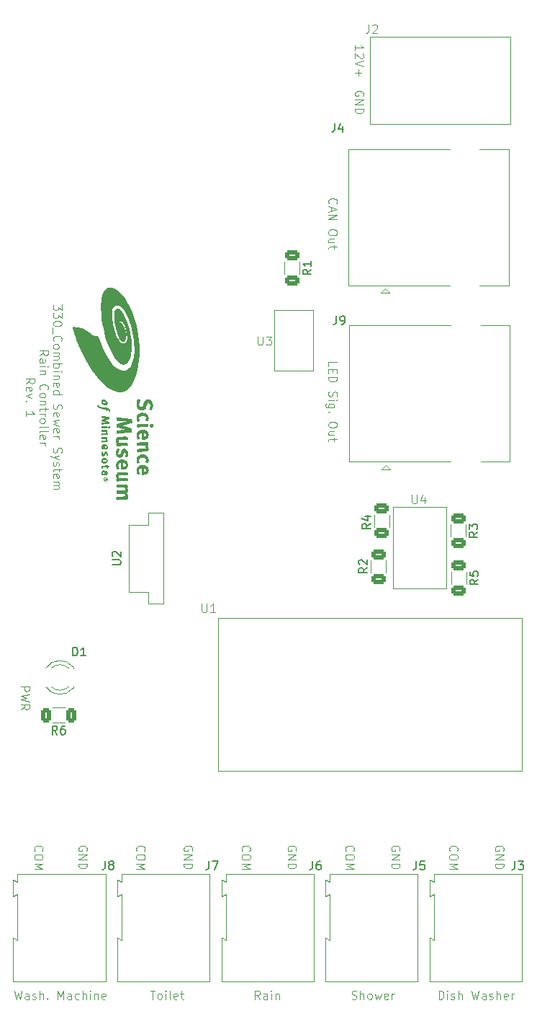
<source format=gto>
G04 #@! TF.GenerationSoftware,KiCad,Pcbnew,8.0.0*
G04 #@! TF.CreationDate,2024-08-30T13:19:30-05:00*
G04 #@! TF.ProjectId,Rain and Switches Control Board,5261696e-2061-46e6-9420-537769746368,rev?*
G04 #@! TF.SameCoordinates,Original*
G04 #@! TF.FileFunction,Legend,Top*
G04 #@! TF.FilePolarity,Positive*
%FSLAX46Y46*%
G04 Gerber Fmt 4.6, Leading zero omitted, Abs format (unit mm)*
G04 Created by KiCad (PCBNEW 8.0.0) date 2024-08-30 13:19:30*
%MOMM*%
%LPD*%
G01*
G04 APERTURE LIST*
G04 Aperture macros list*
%AMRoundRect*
0 Rectangle with rounded corners*
0 $1 Rounding radius*
0 $2 $3 $4 $5 $6 $7 $8 $9 X,Y pos of 4 corners*
0 Add a 4 corners polygon primitive as box body*
4,1,4,$2,$3,$4,$5,$6,$7,$8,$9,$2,$3,0*
0 Add four circle primitives for the rounded corners*
1,1,$1+$1,$2,$3*
1,1,$1+$1,$4,$5*
1,1,$1+$1,$6,$7*
1,1,$1+$1,$8,$9*
0 Add four rect primitives between the rounded corners*
20,1,$1+$1,$2,$3,$4,$5,0*
20,1,$1+$1,$4,$5,$6,$7,0*
20,1,$1+$1,$6,$7,$8,$9,0*
20,1,$1+$1,$8,$9,$2,$3,0*%
G04 Aperture macros list end*
%ADD10C,0.100000*%
%ADD11C,0.150000*%
%ADD12C,0.120000*%
%ADD13C,0.000000*%
%ADD14RoundRect,0.250000X-0.625000X0.312500X-0.625000X-0.312500X0.625000X-0.312500X0.625000X0.312500X0*%
%ADD15C,3.200000*%
%ADD16R,1.800000X1.800000*%
%ADD17C,1.800000*%
%ADD18RoundRect,0.250000X0.312500X0.625000X-0.312500X0.625000X-0.312500X-0.625000X0.312500X-0.625000X0*%
%ADD19R,1.980000X3.960000*%
%ADD20O,1.980000X3.960000*%
%ADD21C,3.250000*%
%ADD22R,1.500000X1.500000*%
%ADD23C,1.500000*%
%ADD24C,3.000000*%
%ADD25R,3.000000X1.500000*%
%ADD26O,3.000000X1.500000*%
%ADD27R,1.104900X0.508000*%
%ADD28R,0.609600X1.549400*%
%ADD29C,1.265000*%
G04 APERTURE END LIST*
D10*
X162622819Y-54265312D02*
X162575200Y-54217693D01*
X162575200Y-54217693D02*
X162527580Y-54074836D01*
X162527580Y-54074836D02*
X162527580Y-53979598D01*
X162527580Y-53979598D02*
X162575200Y-53836741D01*
X162575200Y-53836741D02*
X162670438Y-53741503D01*
X162670438Y-53741503D02*
X162765676Y-53693884D01*
X162765676Y-53693884D02*
X162956152Y-53646265D01*
X162956152Y-53646265D02*
X163099009Y-53646265D01*
X163099009Y-53646265D02*
X163289485Y-53693884D01*
X163289485Y-53693884D02*
X163384723Y-53741503D01*
X163384723Y-53741503D02*
X163479961Y-53836741D01*
X163479961Y-53836741D02*
X163527580Y-53979598D01*
X163527580Y-53979598D02*
X163527580Y-54074836D01*
X163527580Y-54074836D02*
X163479961Y-54217693D01*
X163479961Y-54217693D02*
X163432342Y-54265312D01*
X162813295Y-54646265D02*
X162813295Y-55122455D01*
X162527580Y-54551027D02*
X163527580Y-54884360D01*
X163527580Y-54884360D02*
X162527580Y-55217693D01*
X162527580Y-55551027D02*
X163527580Y-55551027D01*
X163527580Y-55551027D02*
X162527580Y-56122455D01*
X162527580Y-56122455D02*
X163527580Y-56122455D01*
X163527580Y-57551027D02*
X163527580Y-57741503D01*
X163527580Y-57741503D02*
X163479961Y-57836741D01*
X163479961Y-57836741D02*
X163384723Y-57931979D01*
X163384723Y-57931979D02*
X163194247Y-57979598D01*
X163194247Y-57979598D02*
X162860914Y-57979598D01*
X162860914Y-57979598D02*
X162670438Y-57931979D01*
X162670438Y-57931979D02*
X162575200Y-57836741D01*
X162575200Y-57836741D02*
X162527580Y-57741503D01*
X162527580Y-57741503D02*
X162527580Y-57551027D01*
X162527580Y-57551027D02*
X162575200Y-57455789D01*
X162575200Y-57455789D02*
X162670438Y-57360551D01*
X162670438Y-57360551D02*
X162860914Y-57312932D01*
X162860914Y-57312932D02*
X163194247Y-57312932D01*
X163194247Y-57312932D02*
X163384723Y-57360551D01*
X163384723Y-57360551D02*
X163479961Y-57455789D01*
X163479961Y-57455789D02*
X163527580Y-57551027D01*
X163194247Y-58836741D02*
X162527580Y-58836741D01*
X163194247Y-58408170D02*
X162670438Y-58408170D01*
X162670438Y-58408170D02*
X162575200Y-58455789D01*
X162575200Y-58455789D02*
X162527580Y-58551027D01*
X162527580Y-58551027D02*
X162527580Y-58693884D01*
X162527580Y-58693884D02*
X162575200Y-58789122D01*
X162575200Y-58789122D02*
X162622819Y-58836741D01*
X163194247Y-59170075D02*
X163194247Y-59551027D01*
X163527580Y-59312932D02*
X162670438Y-59312932D01*
X162670438Y-59312932D02*
X162575200Y-59360551D01*
X162575200Y-59360551D02*
X162527580Y-59455789D01*
X162527580Y-59455789D02*
X162527580Y-59551027D01*
X154475312Y-147662419D02*
X154141979Y-147186228D01*
X153903884Y-147662419D02*
X153903884Y-146662419D01*
X153903884Y-146662419D02*
X154284836Y-146662419D01*
X154284836Y-146662419D02*
X154380074Y-146710038D01*
X154380074Y-146710038D02*
X154427693Y-146757657D01*
X154427693Y-146757657D02*
X154475312Y-146852895D01*
X154475312Y-146852895D02*
X154475312Y-146995752D01*
X154475312Y-146995752D02*
X154427693Y-147090990D01*
X154427693Y-147090990D02*
X154380074Y-147138609D01*
X154380074Y-147138609D02*
X154284836Y-147186228D01*
X154284836Y-147186228D02*
X153903884Y-147186228D01*
X155332455Y-147662419D02*
X155332455Y-147138609D01*
X155332455Y-147138609D02*
X155284836Y-147043371D01*
X155284836Y-147043371D02*
X155189598Y-146995752D01*
X155189598Y-146995752D02*
X154999122Y-146995752D01*
X154999122Y-146995752D02*
X154903884Y-147043371D01*
X155332455Y-147614800D02*
X155237217Y-147662419D01*
X155237217Y-147662419D02*
X154999122Y-147662419D01*
X154999122Y-147662419D02*
X154903884Y-147614800D01*
X154903884Y-147614800D02*
X154856265Y-147519561D01*
X154856265Y-147519561D02*
X154856265Y-147424323D01*
X154856265Y-147424323D02*
X154903884Y-147329085D01*
X154903884Y-147329085D02*
X154999122Y-147281466D01*
X154999122Y-147281466D02*
X155237217Y-147281466D01*
X155237217Y-147281466D02*
X155332455Y-147233847D01*
X155808646Y-147662419D02*
X155808646Y-146995752D01*
X155808646Y-146662419D02*
X155761027Y-146710038D01*
X155761027Y-146710038D02*
X155808646Y-146757657D01*
X155808646Y-146757657D02*
X155856265Y-146710038D01*
X155856265Y-146710038D02*
X155808646Y-146662419D01*
X155808646Y-146662419D02*
X155808646Y-146757657D01*
X156284836Y-146995752D02*
X156284836Y-147662419D01*
X156284836Y-147090990D02*
X156332455Y-147043371D01*
X156332455Y-147043371D02*
X156427693Y-146995752D01*
X156427693Y-146995752D02*
X156570550Y-146995752D01*
X156570550Y-146995752D02*
X156665788Y-147043371D01*
X156665788Y-147043371D02*
X156713407Y-147138609D01*
X156713407Y-147138609D02*
X156713407Y-147662419D01*
X166589961Y-41587693D02*
X166637580Y-41492455D01*
X166637580Y-41492455D02*
X166637580Y-41349598D01*
X166637580Y-41349598D02*
X166589961Y-41206741D01*
X166589961Y-41206741D02*
X166494723Y-41111503D01*
X166494723Y-41111503D02*
X166399485Y-41063884D01*
X166399485Y-41063884D02*
X166209009Y-41016265D01*
X166209009Y-41016265D02*
X166066152Y-41016265D01*
X166066152Y-41016265D02*
X165875676Y-41063884D01*
X165875676Y-41063884D02*
X165780438Y-41111503D01*
X165780438Y-41111503D02*
X165685200Y-41206741D01*
X165685200Y-41206741D02*
X165637580Y-41349598D01*
X165637580Y-41349598D02*
X165637580Y-41444836D01*
X165637580Y-41444836D02*
X165685200Y-41587693D01*
X165685200Y-41587693D02*
X165732819Y-41635312D01*
X165732819Y-41635312D02*
X166066152Y-41635312D01*
X166066152Y-41635312D02*
X166066152Y-41444836D01*
X165637580Y-42063884D02*
X166637580Y-42063884D01*
X166637580Y-42063884D02*
X165637580Y-42635312D01*
X165637580Y-42635312D02*
X166637580Y-42635312D01*
X165637580Y-43111503D02*
X166637580Y-43111503D01*
X166637580Y-43111503D02*
X166637580Y-43349598D01*
X166637580Y-43349598D02*
X166589961Y-43492455D01*
X166589961Y-43492455D02*
X166494723Y-43587693D01*
X166494723Y-43587693D02*
X166399485Y-43635312D01*
X166399485Y-43635312D02*
X166209009Y-43682931D01*
X166209009Y-43682931D02*
X166066152Y-43682931D01*
X166066152Y-43682931D02*
X165875676Y-43635312D01*
X165875676Y-43635312D02*
X165780438Y-43587693D01*
X165780438Y-43587693D02*
X165685200Y-43492455D01*
X165685200Y-43492455D02*
X165637580Y-43349598D01*
X165637580Y-43349598D02*
X165637580Y-43111503D01*
X134079961Y-130217693D02*
X134127580Y-130122455D01*
X134127580Y-130122455D02*
X134127580Y-129979598D01*
X134127580Y-129979598D02*
X134079961Y-129836741D01*
X134079961Y-129836741D02*
X133984723Y-129741503D01*
X133984723Y-129741503D02*
X133889485Y-129693884D01*
X133889485Y-129693884D02*
X133699009Y-129646265D01*
X133699009Y-129646265D02*
X133556152Y-129646265D01*
X133556152Y-129646265D02*
X133365676Y-129693884D01*
X133365676Y-129693884D02*
X133270438Y-129741503D01*
X133270438Y-129741503D02*
X133175200Y-129836741D01*
X133175200Y-129836741D02*
X133127580Y-129979598D01*
X133127580Y-129979598D02*
X133127580Y-130074836D01*
X133127580Y-130074836D02*
X133175200Y-130217693D01*
X133175200Y-130217693D02*
X133222819Y-130265312D01*
X133222819Y-130265312D02*
X133556152Y-130265312D01*
X133556152Y-130265312D02*
X133556152Y-130074836D01*
X133127580Y-130693884D02*
X134127580Y-130693884D01*
X134127580Y-130693884D02*
X133127580Y-131265312D01*
X133127580Y-131265312D02*
X134127580Y-131265312D01*
X133127580Y-131741503D02*
X134127580Y-131741503D01*
X134127580Y-131741503D02*
X134127580Y-131979598D01*
X134127580Y-131979598D02*
X134079961Y-132122455D01*
X134079961Y-132122455D02*
X133984723Y-132217693D01*
X133984723Y-132217693D02*
X133889485Y-132265312D01*
X133889485Y-132265312D02*
X133699009Y-132312931D01*
X133699009Y-132312931D02*
X133556152Y-132312931D01*
X133556152Y-132312931D02*
X133365676Y-132265312D01*
X133365676Y-132265312D02*
X133270438Y-132217693D01*
X133270438Y-132217693D02*
X133175200Y-132122455D01*
X133175200Y-132122455D02*
X133127580Y-131979598D01*
X133127580Y-131979598D02*
X133127580Y-131741503D01*
X176822819Y-130265312D02*
X176775200Y-130217693D01*
X176775200Y-130217693D02*
X176727580Y-130074836D01*
X176727580Y-130074836D02*
X176727580Y-129979598D01*
X176727580Y-129979598D02*
X176775200Y-129836741D01*
X176775200Y-129836741D02*
X176870438Y-129741503D01*
X176870438Y-129741503D02*
X176965676Y-129693884D01*
X176965676Y-129693884D02*
X177156152Y-129646265D01*
X177156152Y-129646265D02*
X177299009Y-129646265D01*
X177299009Y-129646265D02*
X177489485Y-129693884D01*
X177489485Y-129693884D02*
X177584723Y-129741503D01*
X177584723Y-129741503D02*
X177679961Y-129836741D01*
X177679961Y-129836741D02*
X177727580Y-129979598D01*
X177727580Y-129979598D02*
X177727580Y-130074836D01*
X177727580Y-130074836D02*
X177679961Y-130217693D01*
X177679961Y-130217693D02*
X177632342Y-130265312D01*
X177727580Y-130884360D02*
X177727580Y-131074836D01*
X177727580Y-131074836D02*
X177679961Y-131170074D01*
X177679961Y-131170074D02*
X177584723Y-131265312D01*
X177584723Y-131265312D02*
X177394247Y-131312931D01*
X177394247Y-131312931D02*
X177060914Y-131312931D01*
X177060914Y-131312931D02*
X176870438Y-131265312D01*
X176870438Y-131265312D02*
X176775200Y-131170074D01*
X176775200Y-131170074D02*
X176727580Y-131074836D01*
X176727580Y-131074836D02*
X176727580Y-130884360D01*
X176727580Y-130884360D02*
X176775200Y-130789122D01*
X176775200Y-130789122D02*
X176870438Y-130693884D01*
X176870438Y-130693884D02*
X177060914Y-130646265D01*
X177060914Y-130646265D02*
X177394247Y-130646265D01*
X177394247Y-130646265D02*
X177584723Y-130693884D01*
X177584723Y-130693884D02*
X177679961Y-130789122D01*
X177679961Y-130789122D02*
X177727580Y-130884360D01*
X176727580Y-131741503D02*
X177727580Y-131741503D01*
X177727580Y-131741503D02*
X177013295Y-132074836D01*
X177013295Y-132074836D02*
X177727580Y-132408169D01*
X177727580Y-132408169D02*
X176727580Y-132408169D01*
X146479961Y-130217693D02*
X146527580Y-130122455D01*
X146527580Y-130122455D02*
X146527580Y-129979598D01*
X146527580Y-129979598D02*
X146479961Y-129836741D01*
X146479961Y-129836741D02*
X146384723Y-129741503D01*
X146384723Y-129741503D02*
X146289485Y-129693884D01*
X146289485Y-129693884D02*
X146099009Y-129646265D01*
X146099009Y-129646265D02*
X145956152Y-129646265D01*
X145956152Y-129646265D02*
X145765676Y-129693884D01*
X145765676Y-129693884D02*
X145670438Y-129741503D01*
X145670438Y-129741503D02*
X145575200Y-129836741D01*
X145575200Y-129836741D02*
X145527580Y-129979598D01*
X145527580Y-129979598D02*
X145527580Y-130074836D01*
X145527580Y-130074836D02*
X145575200Y-130217693D01*
X145575200Y-130217693D02*
X145622819Y-130265312D01*
X145622819Y-130265312D02*
X145956152Y-130265312D01*
X145956152Y-130265312D02*
X145956152Y-130074836D01*
X145527580Y-130693884D02*
X146527580Y-130693884D01*
X146527580Y-130693884D02*
X145527580Y-131265312D01*
X145527580Y-131265312D02*
X146527580Y-131265312D01*
X145527580Y-131741503D02*
X146527580Y-131741503D01*
X146527580Y-131741503D02*
X146527580Y-131979598D01*
X146527580Y-131979598D02*
X146479961Y-132122455D01*
X146479961Y-132122455D02*
X146384723Y-132217693D01*
X146384723Y-132217693D02*
X146289485Y-132265312D01*
X146289485Y-132265312D02*
X146099009Y-132312931D01*
X146099009Y-132312931D02*
X145956152Y-132312931D01*
X145956152Y-132312931D02*
X145765676Y-132265312D01*
X145765676Y-132265312D02*
X145670438Y-132217693D01*
X145670438Y-132217693D02*
X145575200Y-132122455D01*
X145575200Y-132122455D02*
X145527580Y-131979598D01*
X145527580Y-131979598D02*
X145527580Y-131741503D01*
X170879961Y-130217693D02*
X170927580Y-130122455D01*
X170927580Y-130122455D02*
X170927580Y-129979598D01*
X170927580Y-129979598D02*
X170879961Y-129836741D01*
X170879961Y-129836741D02*
X170784723Y-129741503D01*
X170784723Y-129741503D02*
X170689485Y-129693884D01*
X170689485Y-129693884D02*
X170499009Y-129646265D01*
X170499009Y-129646265D02*
X170356152Y-129646265D01*
X170356152Y-129646265D02*
X170165676Y-129693884D01*
X170165676Y-129693884D02*
X170070438Y-129741503D01*
X170070438Y-129741503D02*
X169975200Y-129836741D01*
X169975200Y-129836741D02*
X169927580Y-129979598D01*
X169927580Y-129979598D02*
X169927580Y-130074836D01*
X169927580Y-130074836D02*
X169975200Y-130217693D01*
X169975200Y-130217693D02*
X170022819Y-130265312D01*
X170022819Y-130265312D02*
X170356152Y-130265312D01*
X170356152Y-130265312D02*
X170356152Y-130074836D01*
X169927580Y-130693884D02*
X170927580Y-130693884D01*
X170927580Y-130693884D02*
X169927580Y-131265312D01*
X169927580Y-131265312D02*
X170927580Y-131265312D01*
X169927580Y-131741503D02*
X170927580Y-131741503D01*
X170927580Y-131741503D02*
X170927580Y-131979598D01*
X170927580Y-131979598D02*
X170879961Y-132122455D01*
X170879961Y-132122455D02*
X170784723Y-132217693D01*
X170784723Y-132217693D02*
X170689485Y-132265312D01*
X170689485Y-132265312D02*
X170499009Y-132312931D01*
X170499009Y-132312931D02*
X170356152Y-132312931D01*
X170356152Y-132312931D02*
X170165676Y-132265312D01*
X170165676Y-132265312D02*
X170070438Y-132217693D01*
X170070438Y-132217693D02*
X169975200Y-132122455D01*
X169975200Y-132122455D02*
X169927580Y-131979598D01*
X169927580Y-131979598D02*
X169927580Y-131741503D01*
X152422819Y-130265312D02*
X152375200Y-130217693D01*
X152375200Y-130217693D02*
X152327580Y-130074836D01*
X152327580Y-130074836D02*
X152327580Y-129979598D01*
X152327580Y-129979598D02*
X152375200Y-129836741D01*
X152375200Y-129836741D02*
X152470438Y-129741503D01*
X152470438Y-129741503D02*
X152565676Y-129693884D01*
X152565676Y-129693884D02*
X152756152Y-129646265D01*
X152756152Y-129646265D02*
X152899009Y-129646265D01*
X152899009Y-129646265D02*
X153089485Y-129693884D01*
X153089485Y-129693884D02*
X153184723Y-129741503D01*
X153184723Y-129741503D02*
X153279961Y-129836741D01*
X153279961Y-129836741D02*
X153327580Y-129979598D01*
X153327580Y-129979598D02*
X153327580Y-130074836D01*
X153327580Y-130074836D02*
X153279961Y-130217693D01*
X153279961Y-130217693D02*
X153232342Y-130265312D01*
X153327580Y-130884360D02*
X153327580Y-131074836D01*
X153327580Y-131074836D02*
X153279961Y-131170074D01*
X153279961Y-131170074D02*
X153184723Y-131265312D01*
X153184723Y-131265312D02*
X152994247Y-131312931D01*
X152994247Y-131312931D02*
X152660914Y-131312931D01*
X152660914Y-131312931D02*
X152470438Y-131265312D01*
X152470438Y-131265312D02*
X152375200Y-131170074D01*
X152375200Y-131170074D02*
X152327580Y-131074836D01*
X152327580Y-131074836D02*
X152327580Y-130884360D01*
X152327580Y-130884360D02*
X152375200Y-130789122D01*
X152375200Y-130789122D02*
X152470438Y-130693884D01*
X152470438Y-130693884D02*
X152660914Y-130646265D01*
X152660914Y-130646265D02*
X152994247Y-130646265D01*
X152994247Y-130646265D02*
X153184723Y-130693884D01*
X153184723Y-130693884D02*
X153279961Y-130789122D01*
X153279961Y-130789122D02*
X153327580Y-130884360D01*
X152327580Y-131741503D02*
X153327580Y-131741503D01*
X153327580Y-131741503D02*
X152613295Y-132074836D01*
X152613295Y-132074836D02*
X153327580Y-132408169D01*
X153327580Y-132408169D02*
X152327580Y-132408169D01*
X162527580Y-73370074D02*
X162527580Y-72893884D01*
X162527580Y-72893884D02*
X163527580Y-72893884D01*
X163051390Y-73703408D02*
X163051390Y-74036741D01*
X162527580Y-74179598D02*
X162527580Y-73703408D01*
X162527580Y-73703408D02*
X163527580Y-73703408D01*
X163527580Y-73703408D02*
X163527580Y-74179598D01*
X162527580Y-74608170D02*
X163527580Y-74608170D01*
X163527580Y-74608170D02*
X163527580Y-74846265D01*
X163527580Y-74846265D02*
X163479961Y-74989122D01*
X163479961Y-74989122D02*
X163384723Y-75084360D01*
X163384723Y-75084360D02*
X163289485Y-75131979D01*
X163289485Y-75131979D02*
X163099009Y-75179598D01*
X163099009Y-75179598D02*
X162956152Y-75179598D01*
X162956152Y-75179598D02*
X162765676Y-75131979D01*
X162765676Y-75131979D02*
X162670438Y-75084360D01*
X162670438Y-75084360D02*
X162575200Y-74989122D01*
X162575200Y-74989122D02*
X162527580Y-74846265D01*
X162527580Y-74846265D02*
X162527580Y-74608170D01*
X162575200Y-76322456D02*
X162527580Y-76465313D01*
X162527580Y-76465313D02*
X162527580Y-76703408D01*
X162527580Y-76703408D02*
X162575200Y-76798646D01*
X162575200Y-76798646D02*
X162622819Y-76846265D01*
X162622819Y-76846265D02*
X162718057Y-76893884D01*
X162718057Y-76893884D02*
X162813295Y-76893884D01*
X162813295Y-76893884D02*
X162908533Y-76846265D01*
X162908533Y-76846265D02*
X162956152Y-76798646D01*
X162956152Y-76798646D02*
X163003771Y-76703408D01*
X163003771Y-76703408D02*
X163051390Y-76512932D01*
X163051390Y-76512932D02*
X163099009Y-76417694D01*
X163099009Y-76417694D02*
X163146628Y-76370075D01*
X163146628Y-76370075D02*
X163241866Y-76322456D01*
X163241866Y-76322456D02*
X163337104Y-76322456D01*
X163337104Y-76322456D02*
X163432342Y-76370075D01*
X163432342Y-76370075D02*
X163479961Y-76417694D01*
X163479961Y-76417694D02*
X163527580Y-76512932D01*
X163527580Y-76512932D02*
X163527580Y-76751027D01*
X163527580Y-76751027D02*
X163479961Y-76893884D01*
X162527580Y-77322456D02*
X163194247Y-77322456D01*
X163527580Y-77322456D02*
X163479961Y-77274837D01*
X163479961Y-77274837D02*
X163432342Y-77322456D01*
X163432342Y-77322456D02*
X163479961Y-77370075D01*
X163479961Y-77370075D02*
X163527580Y-77322456D01*
X163527580Y-77322456D02*
X163432342Y-77322456D01*
X163194247Y-78227217D02*
X162384723Y-78227217D01*
X162384723Y-78227217D02*
X162289485Y-78179598D01*
X162289485Y-78179598D02*
X162241866Y-78131979D01*
X162241866Y-78131979D02*
X162194247Y-78036741D01*
X162194247Y-78036741D02*
X162194247Y-77893884D01*
X162194247Y-77893884D02*
X162241866Y-77798646D01*
X162575200Y-78227217D02*
X162527580Y-78131979D01*
X162527580Y-78131979D02*
X162527580Y-77941503D01*
X162527580Y-77941503D02*
X162575200Y-77846265D01*
X162575200Y-77846265D02*
X162622819Y-77798646D01*
X162622819Y-77798646D02*
X162718057Y-77751027D01*
X162718057Y-77751027D02*
X163003771Y-77751027D01*
X163003771Y-77751027D02*
X163099009Y-77798646D01*
X163099009Y-77798646D02*
X163146628Y-77846265D01*
X163146628Y-77846265D02*
X163194247Y-77941503D01*
X163194247Y-77941503D02*
X163194247Y-78131979D01*
X163194247Y-78131979D02*
X163146628Y-78227217D01*
X162622819Y-78703408D02*
X162575200Y-78751027D01*
X162575200Y-78751027D02*
X162527580Y-78703408D01*
X162527580Y-78703408D02*
X162575200Y-78655789D01*
X162575200Y-78655789D02*
X162622819Y-78703408D01*
X162622819Y-78703408D02*
X162527580Y-78703408D01*
X163527580Y-80131979D02*
X163527580Y-80322455D01*
X163527580Y-80322455D02*
X163479961Y-80417693D01*
X163479961Y-80417693D02*
X163384723Y-80512931D01*
X163384723Y-80512931D02*
X163194247Y-80560550D01*
X163194247Y-80560550D02*
X162860914Y-80560550D01*
X162860914Y-80560550D02*
X162670438Y-80512931D01*
X162670438Y-80512931D02*
X162575200Y-80417693D01*
X162575200Y-80417693D02*
X162527580Y-80322455D01*
X162527580Y-80322455D02*
X162527580Y-80131979D01*
X162527580Y-80131979D02*
X162575200Y-80036741D01*
X162575200Y-80036741D02*
X162670438Y-79941503D01*
X162670438Y-79941503D02*
X162860914Y-79893884D01*
X162860914Y-79893884D02*
X163194247Y-79893884D01*
X163194247Y-79893884D02*
X163384723Y-79941503D01*
X163384723Y-79941503D02*
X163479961Y-80036741D01*
X163479961Y-80036741D02*
X163527580Y-80131979D01*
X163194247Y-81417693D02*
X162527580Y-81417693D01*
X163194247Y-80989122D02*
X162670438Y-80989122D01*
X162670438Y-80989122D02*
X162575200Y-81036741D01*
X162575200Y-81036741D02*
X162527580Y-81131979D01*
X162527580Y-81131979D02*
X162527580Y-81274836D01*
X162527580Y-81274836D02*
X162575200Y-81370074D01*
X162575200Y-81370074D02*
X162622819Y-81417693D01*
X163194247Y-81751027D02*
X163194247Y-82131979D01*
X163527580Y-81893884D02*
X162670438Y-81893884D01*
X162670438Y-81893884D02*
X162575200Y-81941503D01*
X162575200Y-81941503D02*
X162527580Y-82036741D01*
X162527580Y-82036741D02*
X162527580Y-82131979D01*
X140022819Y-130265312D02*
X139975200Y-130217693D01*
X139975200Y-130217693D02*
X139927580Y-130074836D01*
X139927580Y-130074836D02*
X139927580Y-129979598D01*
X139927580Y-129979598D02*
X139975200Y-129836741D01*
X139975200Y-129836741D02*
X140070438Y-129741503D01*
X140070438Y-129741503D02*
X140165676Y-129693884D01*
X140165676Y-129693884D02*
X140356152Y-129646265D01*
X140356152Y-129646265D02*
X140499009Y-129646265D01*
X140499009Y-129646265D02*
X140689485Y-129693884D01*
X140689485Y-129693884D02*
X140784723Y-129741503D01*
X140784723Y-129741503D02*
X140879961Y-129836741D01*
X140879961Y-129836741D02*
X140927580Y-129979598D01*
X140927580Y-129979598D02*
X140927580Y-130074836D01*
X140927580Y-130074836D02*
X140879961Y-130217693D01*
X140879961Y-130217693D02*
X140832342Y-130265312D01*
X140927580Y-130884360D02*
X140927580Y-131074836D01*
X140927580Y-131074836D02*
X140879961Y-131170074D01*
X140879961Y-131170074D02*
X140784723Y-131265312D01*
X140784723Y-131265312D02*
X140594247Y-131312931D01*
X140594247Y-131312931D02*
X140260914Y-131312931D01*
X140260914Y-131312931D02*
X140070438Y-131265312D01*
X140070438Y-131265312D02*
X139975200Y-131170074D01*
X139975200Y-131170074D02*
X139927580Y-131074836D01*
X139927580Y-131074836D02*
X139927580Y-130884360D01*
X139927580Y-130884360D02*
X139975200Y-130789122D01*
X139975200Y-130789122D02*
X140070438Y-130693884D01*
X140070438Y-130693884D02*
X140260914Y-130646265D01*
X140260914Y-130646265D02*
X140594247Y-130646265D01*
X140594247Y-130646265D02*
X140784723Y-130693884D01*
X140784723Y-130693884D02*
X140879961Y-130789122D01*
X140879961Y-130789122D02*
X140927580Y-130884360D01*
X139927580Y-131741503D02*
X140927580Y-131741503D01*
X140927580Y-131741503D02*
X140213295Y-132074836D01*
X140213295Y-132074836D02*
X140927580Y-132408169D01*
X140927580Y-132408169D02*
X139927580Y-132408169D01*
X128022819Y-130265312D02*
X127975200Y-130217693D01*
X127975200Y-130217693D02*
X127927580Y-130074836D01*
X127927580Y-130074836D02*
X127927580Y-129979598D01*
X127927580Y-129979598D02*
X127975200Y-129836741D01*
X127975200Y-129836741D02*
X128070438Y-129741503D01*
X128070438Y-129741503D02*
X128165676Y-129693884D01*
X128165676Y-129693884D02*
X128356152Y-129646265D01*
X128356152Y-129646265D02*
X128499009Y-129646265D01*
X128499009Y-129646265D02*
X128689485Y-129693884D01*
X128689485Y-129693884D02*
X128784723Y-129741503D01*
X128784723Y-129741503D02*
X128879961Y-129836741D01*
X128879961Y-129836741D02*
X128927580Y-129979598D01*
X128927580Y-129979598D02*
X128927580Y-130074836D01*
X128927580Y-130074836D02*
X128879961Y-130217693D01*
X128879961Y-130217693D02*
X128832342Y-130265312D01*
X128927580Y-130884360D02*
X128927580Y-131074836D01*
X128927580Y-131074836D02*
X128879961Y-131170074D01*
X128879961Y-131170074D02*
X128784723Y-131265312D01*
X128784723Y-131265312D02*
X128594247Y-131312931D01*
X128594247Y-131312931D02*
X128260914Y-131312931D01*
X128260914Y-131312931D02*
X128070438Y-131265312D01*
X128070438Y-131265312D02*
X127975200Y-131170074D01*
X127975200Y-131170074D02*
X127927580Y-131074836D01*
X127927580Y-131074836D02*
X127927580Y-130884360D01*
X127927580Y-130884360D02*
X127975200Y-130789122D01*
X127975200Y-130789122D02*
X128070438Y-130693884D01*
X128070438Y-130693884D02*
X128260914Y-130646265D01*
X128260914Y-130646265D02*
X128594247Y-130646265D01*
X128594247Y-130646265D02*
X128784723Y-130693884D01*
X128784723Y-130693884D02*
X128879961Y-130789122D01*
X128879961Y-130789122D02*
X128927580Y-130884360D01*
X127927580Y-131741503D02*
X128927580Y-131741503D01*
X128927580Y-131741503D02*
X128213295Y-132074836D01*
X128213295Y-132074836D02*
X128927580Y-132408169D01*
X128927580Y-132408169D02*
X127927580Y-132408169D01*
X164622819Y-130265312D02*
X164575200Y-130217693D01*
X164575200Y-130217693D02*
X164527580Y-130074836D01*
X164527580Y-130074836D02*
X164527580Y-129979598D01*
X164527580Y-129979598D02*
X164575200Y-129836741D01*
X164575200Y-129836741D02*
X164670438Y-129741503D01*
X164670438Y-129741503D02*
X164765676Y-129693884D01*
X164765676Y-129693884D02*
X164956152Y-129646265D01*
X164956152Y-129646265D02*
X165099009Y-129646265D01*
X165099009Y-129646265D02*
X165289485Y-129693884D01*
X165289485Y-129693884D02*
X165384723Y-129741503D01*
X165384723Y-129741503D02*
X165479961Y-129836741D01*
X165479961Y-129836741D02*
X165527580Y-129979598D01*
X165527580Y-129979598D02*
X165527580Y-130074836D01*
X165527580Y-130074836D02*
X165479961Y-130217693D01*
X165479961Y-130217693D02*
X165432342Y-130265312D01*
X165527580Y-130884360D02*
X165527580Y-131074836D01*
X165527580Y-131074836D02*
X165479961Y-131170074D01*
X165479961Y-131170074D02*
X165384723Y-131265312D01*
X165384723Y-131265312D02*
X165194247Y-131312931D01*
X165194247Y-131312931D02*
X164860914Y-131312931D01*
X164860914Y-131312931D02*
X164670438Y-131265312D01*
X164670438Y-131265312D02*
X164575200Y-131170074D01*
X164575200Y-131170074D02*
X164527580Y-131074836D01*
X164527580Y-131074836D02*
X164527580Y-130884360D01*
X164527580Y-130884360D02*
X164575200Y-130789122D01*
X164575200Y-130789122D02*
X164670438Y-130693884D01*
X164670438Y-130693884D02*
X164860914Y-130646265D01*
X164860914Y-130646265D02*
X165194247Y-130646265D01*
X165194247Y-130646265D02*
X165384723Y-130693884D01*
X165384723Y-130693884D02*
X165479961Y-130789122D01*
X165479961Y-130789122D02*
X165527580Y-130884360D01*
X164527580Y-131741503D02*
X165527580Y-131741503D01*
X165527580Y-131741503D02*
X164813295Y-132074836D01*
X164813295Y-132074836D02*
X165527580Y-132408169D01*
X165527580Y-132408169D02*
X164527580Y-132408169D01*
X131147468Y-66109047D02*
X131147468Y-66728094D01*
X131147468Y-66728094D02*
X130766516Y-66394761D01*
X130766516Y-66394761D02*
X130766516Y-66537618D01*
X130766516Y-66537618D02*
X130718897Y-66632856D01*
X130718897Y-66632856D02*
X130671278Y-66680475D01*
X130671278Y-66680475D02*
X130576040Y-66728094D01*
X130576040Y-66728094D02*
X130337945Y-66728094D01*
X130337945Y-66728094D02*
X130242707Y-66680475D01*
X130242707Y-66680475D02*
X130195088Y-66632856D01*
X130195088Y-66632856D02*
X130147468Y-66537618D01*
X130147468Y-66537618D02*
X130147468Y-66251904D01*
X130147468Y-66251904D02*
X130195088Y-66156666D01*
X130195088Y-66156666D02*
X130242707Y-66109047D01*
X131147468Y-67061428D02*
X131147468Y-67680475D01*
X131147468Y-67680475D02*
X130766516Y-67347142D01*
X130766516Y-67347142D02*
X130766516Y-67489999D01*
X130766516Y-67489999D02*
X130718897Y-67585237D01*
X130718897Y-67585237D02*
X130671278Y-67632856D01*
X130671278Y-67632856D02*
X130576040Y-67680475D01*
X130576040Y-67680475D02*
X130337945Y-67680475D01*
X130337945Y-67680475D02*
X130242707Y-67632856D01*
X130242707Y-67632856D02*
X130195088Y-67585237D01*
X130195088Y-67585237D02*
X130147468Y-67489999D01*
X130147468Y-67489999D02*
X130147468Y-67204285D01*
X130147468Y-67204285D02*
X130195088Y-67109047D01*
X130195088Y-67109047D02*
X130242707Y-67061428D01*
X131147468Y-68299523D02*
X131147468Y-68394761D01*
X131147468Y-68394761D02*
X131099849Y-68489999D01*
X131099849Y-68489999D02*
X131052230Y-68537618D01*
X131052230Y-68537618D02*
X130956992Y-68585237D01*
X130956992Y-68585237D02*
X130766516Y-68632856D01*
X130766516Y-68632856D02*
X130528421Y-68632856D01*
X130528421Y-68632856D02*
X130337945Y-68585237D01*
X130337945Y-68585237D02*
X130242707Y-68537618D01*
X130242707Y-68537618D02*
X130195088Y-68489999D01*
X130195088Y-68489999D02*
X130147468Y-68394761D01*
X130147468Y-68394761D02*
X130147468Y-68299523D01*
X130147468Y-68299523D02*
X130195088Y-68204285D01*
X130195088Y-68204285D02*
X130242707Y-68156666D01*
X130242707Y-68156666D02*
X130337945Y-68109047D01*
X130337945Y-68109047D02*
X130528421Y-68061428D01*
X130528421Y-68061428D02*
X130766516Y-68061428D01*
X130766516Y-68061428D02*
X130956992Y-68109047D01*
X130956992Y-68109047D02*
X131052230Y-68156666D01*
X131052230Y-68156666D02*
X131099849Y-68204285D01*
X131099849Y-68204285D02*
X131147468Y-68299523D01*
X130052230Y-68823333D02*
X130052230Y-69585237D01*
X130242707Y-70394761D02*
X130195088Y-70347142D01*
X130195088Y-70347142D02*
X130147468Y-70204285D01*
X130147468Y-70204285D02*
X130147468Y-70109047D01*
X130147468Y-70109047D02*
X130195088Y-69966190D01*
X130195088Y-69966190D02*
X130290326Y-69870952D01*
X130290326Y-69870952D02*
X130385564Y-69823333D01*
X130385564Y-69823333D02*
X130576040Y-69775714D01*
X130576040Y-69775714D02*
X130718897Y-69775714D01*
X130718897Y-69775714D02*
X130909373Y-69823333D01*
X130909373Y-69823333D02*
X131004611Y-69870952D01*
X131004611Y-69870952D02*
X131099849Y-69966190D01*
X131099849Y-69966190D02*
X131147468Y-70109047D01*
X131147468Y-70109047D02*
X131147468Y-70204285D01*
X131147468Y-70204285D02*
X131099849Y-70347142D01*
X131099849Y-70347142D02*
X131052230Y-70394761D01*
X130147468Y-70966190D02*
X130195088Y-70870952D01*
X130195088Y-70870952D02*
X130242707Y-70823333D01*
X130242707Y-70823333D02*
X130337945Y-70775714D01*
X130337945Y-70775714D02*
X130623659Y-70775714D01*
X130623659Y-70775714D02*
X130718897Y-70823333D01*
X130718897Y-70823333D02*
X130766516Y-70870952D01*
X130766516Y-70870952D02*
X130814135Y-70966190D01*
X130814135Y-70966190D02*
X130814135Y-71109047D01*
X130814135Y-71109047D02*
X130766516Y-71204285D01*
X130766516Y-71204285D02*
X130718897Y-71251904D01*
X130718897Y-71251904D02*
X130623659Y-71299523D01*
X130623659Y-71299523D02*
X130337945Y-71299523D01*
X130337945Y-71299523D02*
X130242707Y-71251904D01*
X130242707Y-71251904D02*
X130195088Y-71204285D01*
X130195088Y-71204285D02*
X130147468Y-71109047D01*
X130147468Y-71109047D02*
X130147468Y-70966190D01*
X130147468Y-71728095D02*
X130814135Y-71728095D01*
X130718897Y-71728095D02*
X130766516Y-71775714D01*
X130766516Y-71775714D02*
X130814135Y-71870952D01*
X130814135Y-71870952D02*
X130814135Y-72013809D01*
X130814135Y-72013809D02*
X130766516Y-72109047D01*
X130766516Y-72109047D02*
X130671278Y-72156666D01*
X130671278Y-72156666D02*
X130147468Y-72156666D01*
X130671278Y-72156666D02*
X130766516Y-72204285D01*
X130766516Y-72204285D02*
X130814135Y-72299523D01*
X130814135Y-72299523D02*
X130814135Y-72442380D01*
X130814135Y-72442380D02*
X130766516Y-72537619D01*
X130766516Y-72537619D02*
X130671278Y-72585238D01*
X130671278Y-72585238D02*
X130147468Y-72585238D01*
X130147468Y-73061428D02*
X131147468Y-73061428D01*
X130766516Y-73061428D02*
X130814135Y-73156666D01*
X130814135Y-73156666D02*
X130814135Y-73347142D01*
X130814135Y-73347142D02*
X130766516Y-73442380D01*
X130766516Y-73442380D02*
X130718897Y-73489999D01*
X130718897Y-73489999D02*
X130623659Y-73537618D01*
X130623659Y-73537618D02*
X130337945Y-73537618D01*
X130337945Y-73537618D02*
X130242707Y-73489999D01*
X130242707Y-73489999D02*
X130195088Y-73442380D01*
X130195088Y-73442380D02*
X130147468Y-73347142D01*
X130147468Y-73347142D02*
X130147468Y-73156666D01*
X130147468Y-73156666D02*
X130195088Y-73061428D01*
X130147468Y-73966190D02*
X130814135Y-73966190D01*
X131147468Y-73966190D02*
X131099849Y-73918571D01*
X131099849Y-73918571D02*
X131052230Y-73966190D01*
X131052230Y-73966190D02*
X131099849Y-74013809D01*
X131099849Y-74013809D02*
X131147468Y-73966190D01*
X131147468Y-73966190D02*
X131052230Y-73966190D01*
X130814135Y-74442380D02*
X130147468Y-74442380D01*
X130718897Y-74442380D02*
X130766516Y-74489999D01*
X130766516Y-74489999D02*
X130814135Y-74585237D01*
X130814135Y-74585237D02*
X130814135Y-74728094D01*
X130814135Y-74728094D02*
X130766516Y-74823332D01*
X130766516Y-74823332D02*
X130671278Y-74870951D01*
X130671278Y-74870951D02*
X130147468Y-74870951D01*
X130195088Y-75728094D02*
X130147468Y-75632856D01*
X130147468Y-75632856D02*
X130147468Y-75442380D01*
X130147468Y-75442380D02*
X130195088Y-75347142D01*
X130195088Y-75347142D02*
X130290326Y-75299523D01*
X130290326Y-75299523D02*
X130671278Y-75299523D01*
X130671278Y-75299523D02*
X130766516Y-75347142D01*
X130766516Y-75347142D02*
X130814135Y-75442380D01*
X130814135Y-75442380D02*
X130814135Y-75632856D01*
X130814135Y-75632856D02*
X130766516Y-75728094D01*
X130766516Y-75728094D02*
X130671278Y-75775713D01*
X130671278Y-75775713D02*
X130576040Y-75775713D01*
X130576040Y-75775713D02*
X130480802Y-75299523D01*
X130147468Y-76632856D02*
X131147468Y-76632856D01*
X130195088Y-76632856D02*
X130147468Y-76537618D01*
X130147468Y-76537618D02*
X130147468Y-76347142D01*
X130147468Y-76347142D02*
X130195088Y-76251904D01*
X130195088Y-76251904D02*
X130242707Y-76204285D01*
X130242707Y-76204285D02*
X130337945Y-76156666D01*
X130337945Y-76156666D02*
X130623659Y-76156666D01*
X130623659Y-76156666D02*
X130718897Y-76204285D01*
X130718897Y-76204285D02*
X130766516Y-76251904D01*
X130766516Y-76251904D02*
X130814135Y-76347142D01*
X130814135Y-76347142D02*
X130814135Y-76537618D01*
X130814135Y-76537618D02*
X130766516Y-76632856D01*
X130195088Y-77823333D02*
X130147468Y-77966190D01*
X130147468Y-77966190D02*
X130147468Y-78204285D01*
X130147468Y-78204285D02*
X130195088Y-78299523D01*
X130195088Y-78299523D02*
X130242707Y-78347142D01*
X130242707Y-78347142D02*
X130337945Y-78394761D01*
X130337945Y-78394761D02*
X130433183Y-78394761D01*
X130433183Y-78394761D02*
X130528421Y-78347142D01*
X130528421Y-78347142D02*
X130576040Y-78299523D01*
X130576040Y-78299523D02*
X130623659Y-78204285D01*
X130623659Y-78204285D02*
X130671278Y-78013809D01*
X130671278Y-78013809D02*
X130718897Y-77918571D01*
X130718897Y-77918571D02*
X130766516Y-77870952D01*
X130766516Y-77870952D02*
X130861754Y-77823333D01*
X130861754Y-77823333D02*
X130956992Y-77823333D01*
X130956992Y-77823333D02*
X131052230Y-77870952D01*
X131052230Y-77870952D02*
X131099849Y-77918571D01*
X131099849Y-77918571D02*
X131147468Y-78013809D01*
X131147468Y-78013809D02*
X131147468Y-78251904D01*
X131147468Y-78251904D02*
X131099849Y-78394761D01*
X130195088Y-79204285D02*
X130147468Y-79109047D01*
X130147468Y-79109047D02*
X130147468Y-78918571D01*
X130147468Y-78918571D02*
X130195088Y-78823333D01*
X130195088Y-78823333D02*
X130290326Y-78775714D01*
X130290326Y-78775714D02*
X130671278Y-78775714D01*
X130671278Y-78775714D02*
X130766516Y-78823333D01*
X130766516Y-78823333D02*
X130814135Y-78918571D01*
X130814135Y-78918571D02*
X130814135Y-79109047D01*
X130814135Y-79109047D02*
X130766516Y-79204285D01*
X130766516Y-79204285D02*
X130671278Y-79251904D01*
X130671278Y-79251904D02*
X130576040Y-79251904D01*
X130576040Y-79251904D02*
X130480802Y-78775714D01*
X130814135Y-79585238D02*
X130147468Y-79775714D01*
X130147468Y-79775714D02*
X130623659Y-79966190D01*
X130623659Y-79966190D02*
X130147468Y-80156666D01*
X130147468Y-80156666D02*
X130814135Y-80347142D01*
X130195088Y-81109047D02*
X130147468Y-81013809D01*
X130147468Y-81013809D02*
X130147468Y-80823333D01*
X130147468Y-80823333D02*
X130195088Y-80728095D01*
X130195088Y-80728095D02*
X130290326Y-80680476D01*
X130290326Y-80680476D02*
X130671278Y-80680476D01*
X130671278Y-80680476D02*
X130766516Y-80728095D01*
X130766516Y-80728095D02*
X130814135Y-80823333D01*
X130814135Y-80823333D02*
X130814135Y-81013809D01*
X130814135Y-81013809D02*
X130766516Y-81109047D01*
X130766516Y-81109047D02*
X130671278Y-81156666D01*
X130671278Y-81156666D02*
X130576040Y-81156666D01*
X130576040Y-81156666D02*
X130480802Y-80680476D01*
X130147468Y-81585238D02*
X130814135Y-81585238D01*
X130623659Y-81585238D02*
X130718897Y-81632857D01*
X130718897Y-81632857D02*
X130766516Y-81680476D01*
X130766516Y-81680476D02*
X130814135Y-81775714D01*
X130814135Y-81775714D02*
X130814135Y-81870952D01*
X130195088Y-82918572D02*
X130147468Y-83061429D01*
X130147468Y-83061429D02*
X130147468Y-83299524D01*
X130147468Y-83299524D02*
X130195088Y-83394762D01*
X130195088Y-83394762D02*
X130242707Y-83442381D01*
X130242707Y-83442381D02*
X130337945Y-83490000D01*
X130337945Y-83490000D02*
X130433183Y-83490000D01*
X130433183Y-83490000D02*
X130528421Y-83442381D01*
X130528421Y-83442381D02*
X130576040Y-83394762D01*
X130576040Y-83394762D02*
X130623659Y-83299524D01*
X130623659Y-83299524D02*
X130671278Y-83109048D01*
X130671278Y-83109048D02*
X130718897Y-83013810D01*
X130718897Y-83013810D02*
X130766516Y-82966191D01*
X130766516Y-82966191D02*
X130861754Y-82918572D01*
X130861754Y-82918572D02*
X130956992Y-82918572D01*
X130956992Y-82918572D02*
X131052230Y-82966191D01*
X131052230Y-82966191D02*
X131099849Y-83013810D01*
X131099849Y-83013810D02*
X131147468Y-83109048D01*
X131147468Y-83109048D02*
X131147468Y-83347143D01*
X131147468Y-83347143D02*
X131099849Y-83490000D01*
X130814135Y-83823334D02*
X130147468Y-84061429D01*
X130814135Y-84299524D02*
X130147468Y-84061429D01*
X130147468Y-84061429D02*
X129909373Y-83966191D01*
X129909373Y-83966191D02*
X129861754Y-83918572D01*
X129861754Y-83918572D02*
X129814135Y-83823334D01*
X130195088Y-84632858D02*
X130147468Y-84728096D01*
X130147468Y-84728096D02*
X130147468Y-84918572D01*
X130147468Y-84918572D02*
X130195088Y-85013810D01*
X130195088Y-85013810D02*
X130290326Y-85061429D01*
X130290326Y-85061429D02*
X130337945Y-85061429D01*
X130337945Y-85061429D02*
X130433183Y-85013810D01*
X130433183Y-85013810D02*
X130480802Y-84918572D01*
X130480802Y-84918572D02*
X130480802Y-84775715D01*
X130480802Y-84775715D02*
X130528421Y-84680477D01*
X130528421Y-84680477D02*
X130623659Y-84632858D01*
X130623659Y-84632858D02*
X130671278Y-84632858D01*
X130671278Y-84632858D02*
X130766516Y-84680477D01*
X130766516Y-84680477D02*
X130814135Y-84775715D01*
X130814135Y-84775715D02*
X130814135Y-84918572D01*
X130814135Y-84918572D02*
X130766516Y-85013810D01*
X130814135Y-85347144D02*
X130814135Y-85728096D01*
X131147468Y-85490001D02*
X130290326Y-85490001D01*
X130290326Y-85490001D02*
X130195088Y-85537620D01*
X130195088Y-85537620D02*
X130147468Y-85632858D01*
X130147468Y-85632858D02*
X130147468Y-85728096D01*
X130195088Y-86442382D02*
X130147468Y-86347144D01*
X130147468Y-86347144D02*
X130147468Y-86156668D01*
X130147468Y-86156668D02*
X130195088Y-86061430D01*
X130195088Y-86061430D02*
X130290326Y-86013811D01*
X130290326Y-86013811D02*
X130671278Y-86013811D01*
X130671278Y-86013811D02*
X130766516Y-86061430D01*
X130766516Y-86061430D02*
X130814135Y-86156668D01*
X130814135Y-86156668D02*
X130814135Y-86347144D01*
X130814135Y-86347144D02*
X130766516Y-86442382D01*
X130766516Y-86442382D02*
X130671278Y-86490001D01*
X130671278Y-86490001D02*
X130576040Y-86490001D01*
X130576040Y-86490001D02*
X130480802Y-86013811D01*
X130147468Y-86918573D02*
X130814135Y-86918573D01*
X130718897Y-86918573D02*
X130766516Y-86966192D01*
X130766516Y-86966192D02*
X130814135Y-87061430D01*
X130814135Y-87061430D02*
X130814135Y-87204287D01*
X130814135Y-87204287D02*
X130766516Y-87299525D01*
X130766516Y-87299525D02*
X130671278Y-87347144D01*
X130671278Y-87347144D02*
X130147468Y-87347144D01*
X130671278Y-87347144D02*
X130766516Y-87394763D01*
X130766516Y-87394763D02*
X130814135Y-87490001D01*
X130814135Y-87490001D02*
X130814135Y-87632858D01*
X130814135Y-87632858D02*
X130766516Y-87728097D01*
X130766516Y-87728097D02*
X130671278Y-87775716D01*
X130671278Y-87775716D02*
X130147468Y-87775716D01*
X128537524Y-72061427D02*
X129013715Y-71728094D01*
X128537524Y-71489999D02*
X129537524Y-71489999D01*
X129537524Y-71489999D02*
X129537524Y-71870951D01*
X129537524Y-71870951D02*
X129489905Y-71966189D01*
X129489905Y-71966189D02*
X129442286Y-72013808D01*
X129442286Y-72013808D02*
X129347048Y-72061427D01*
X129347048Y-72061427D02*
X129204191Y-72061427D01*
X129204191Y-72061427D02*
X129108953Y-72013808D01*
X129108953Y-72013808D02*
X129061334Y-71966189D01*
X129061334Y-71966189D02*
X129013715Y-71870951D01*
X129013715Y-71870951D02*
X129013715Y-71489999D01*
X128537524Y-72918570D02*
X129061334Y-72918570D01*
X129061334Y-72918570D02*
X129156572Y-72870951D01*
X129156572Y-72870951D02*
X129204191Y-72775713D01*
X129204191Y-72775713D02*
X129204191Y-72585237D01*
X129204191Y-72585237D02*
X129156572Y-72489999D01*
X128585144Y-72918570D02*
X128537524Y-72823332D01*
X128537524Y-72823332D02*
X128537524Y-72585237D01*
X128537524Y-72585237D02*
X128585144Y-72489999D01*
X128585144Y-72489999D02*
X128680382Y-72442380D01*
X128680382Y-72442380D02*
X128775620Y-72442380D01*
X128775620Y-72442380D02*
X128870858Y-72489999D01*
X128870858Y-72489999D02*
X128918477Y-72585237D01*
X128918477Y-72585237D02*
X128918477Y-72823332D01*
X128918477Y-72823332D02*
X128966096Y-72918570D01*
X128537524Y-73394761D02*
X129204191Y-73394761D01*
X129537524Y-73394761D02*
X129489905Y-73347142D01*
X129489905Y-73347142D02*
X129442286Y-73394761D01*
X129442286Y-73394761D02*
X129489905Y-73442380D01*
X129489905Y-73442380D02*
X129537524Y-73394761D01*
X129537524Y-73394761D02*
X129442286Y-73394761D01*
X129204191Y-73870951D02*
X128537524Y-73870951D01*
X129108953Y-73870951D02*
X129156572Y-73918570D01*
X129156572Y-73918570D02*
X129204191Y-74013808D01*
X129204191Y-74013808D02*
X129204191Y-74156665D01*
X129204191Y-74156665D02*
X129156572Y-74251903D01*
X129156572Y-74251903D02*
X129061334Y-74299522D01*
X129061334Y-74299522D02*
X128537524Y-74299522D01*
X128632763Y-76109046D02*
X128585144Y-76061427D01*
X128585144Y-76061427D02*
X128537524Y-75918570D01*
X128537524Y-75918570D02*
X128537524Y-75823332D01*
X128537524Y-75823332D02*
X128585144Y-75680475D01*
X128585144Y-75680475D02*
X128680382Y-75585237D01*
X128680382Y-75585237D02*
X128775620Y-75537618D01*
X128775620Y-75537618D02*
X128966096Y-75489999D01*
X128966096Y-75489999D02*
X129108953Y-75489999D01*
X129108953Y-75489999D02*
X129299429Y-75537618D01*
X129299429Y-75537618D02*
X129394667Y-75585237D01*
X129394667Y-75585237D02*
X129489905Y-75680475D01*
X129489905Y-75680475D02*
X129537524Y-75823332D01*
X129537524Y-75823332D02*
X129537524Y-75918570D01*
X129537524Y-75918570D02*
X129489905Y-76061427D01*
X129489905Y-76061427D02*
X129442286Y-76109046D01*
X128537524Y-76680475D02*
X128585144Y-76585237D01*
X128585144Y-76585237D02*
X128632763Y-76537618D01*
X128632763Y-76537618D02*
X128728001Y-76489999D01*
X128728001Y-76489999D02*
X129013715Y-76489999D01*
X129013715Y-76489999D02*
X129108953Y-76537618D01*
X129108953Y-76537618D02*
X129156572Y-76585237D01*
X129156572Y-76585237D02*
X129204191Y-76680475D01*
X129204191Y-76680475D02*
X129204191Y-76823332D01*
X129204191Y-76823332D02*
X129156572Y-76918570D01*
X129156572Y-76918570D02*
X129108953Y-76966189D01*
X129108953Y-76966189D02*
X129013715Y-77013808D01*
X129013715Y-77013808D02*
X128728001Y-77013808D01*
X128728001Y-77013808D02*
X128632763Y-76966189D01*
X128632763Y-76966189D02*
X128585144Y-76918570D01*
X128585144Y-76918570D02*
X128537524Y-76823332D01*
X128537524Y-76823332D02*
X128537524Y-76680475D01*
X129204191Y-77442380D02*
X128537524Y-77442380D01*
X129108953Y-77442380D02*
X129156572Y-77489999D01*
X129156572Y-77489999D02*
X129204191Y-77585237D01*
X129204191Y-77585237D02*
X129204191Y-77728094D01*
X129204191Y-77728094D02*
X129156572Y-77823332D01*
X129156572Y-77823332D02*
X129061334Y-77870951D01*
X129061334Y-77870951D02*
X128537524Y-77870951D01*
X129204191Y-78204285D02*
X129204191Y-78585237D01*
X129537524Y-78347142D02*
X128680382Y-78347142D01*
X128680382Y-78347142D02*
X128585144Y-78394761D01*
X128585144Y-78394761D02*
X128537524Y-78489999D01*
X128537524Y-78489999D02*
X128537524Y-78585237D01*
X128537524Y-78918571D02*
X129204191Y-78918571D01*
X129013715Y-78918571D02*
X129108953Y-78966190D01*
X129108953Y-78966190D02*
X129156572Y-79013809D01*
X129156572Y-79013809D02*
X129204191Y-79109047D01*
X129204191Y-79109047D02*
X129204191Y-79204285D01*
X128537524Y-79680476D02*
X128585144Y-79585238D01*
X128585144Y-79585238D02*
X128632763Y-79537619D01*
X128632763Y-79537619D02*
X128728001Y-79490000D01*
X128728001Y-79490000D02*
X129013715Y-79490000D01*
X129013715Y-79490000D02*
X129108953Y-79537619D01*
X129108953Y-79537619D02*
X129156572Y-79585238D01*
X129156572Y-79585238D02*
X129204191Y-79680476D01*
X129204191Y-79680476D02*
X129204191Y-79823333D01*
X129204191Y-79823333D02*
X129156572Y-79918571D01*
X129156572Y-79918571D02*
X129108953Y-79966190D01*
X129108953Y-79966190D02*
X129013715Y-80013809D01*
X129013715Y-80013809D02*
X128728001Y-80013809D01*
X128728001Y-80013809D02*
X128632763Y-79966190D01*
X128632763Y-79966190D02*
X128585144Y-79918571D01*
X128585144Y-79918571D02*
X128537524Y-79823333D01*
X128537524Y-79823333D02*
X128537524Y-79680476D01*
X128537524Y-80585238D02*
X128585144Y-80490000D01*
X128585144Y-80490000D02*
X128680382Y-80442381D01*
X128680382Y-80442381D02*
X129537524Y-80442381D01*
X128537524Y-81109048D02*
X128585144Y-81013810D01*
X128585144Y-81013810D02*
X128680382Y-80966191D01*
X128680382Y-80966191D02*
X129537524Y-80966191D01*
X128585144Y-81870953D02*
X128537524Y-81775715D01*
X128537524Y-81775715D02*
X128537524Y-81585239D01*
X128537524Y-81585239D02*
X128585144Y-81490001D01*
X128585144Y-81490001D02*
X128680382Y-81442382D01*
X128680382Y-81442382D02*
X129061334Y-81442382D01*
X129061334Y-81442382D02*
X129156572Y-81490001D01*
X129156572Y-81490001D02*
X129204191Y-81585239D01*
X129204191Y-81585239D02*
X129204191Y-81775715D01*
X129204191Y-81775715D02*
X129156572Y-81870953D01*
X129156572Y-81870953D02*
X129061334Y-81918572D01*
X129061334Y-81918572D02*
X128966096Y-81918572D01*
X128966096Y-81918572D02*
X128870858Y-81442382D01*
X128537524Y-82347144D02*
X129204191Y-82347144D01*
X129013715Y-82347144D02*
X129108953Y-82394763D01*
X129108953Y-82394763D02*
X129156572Y-82442382D01*
X129156572Y-82442382D02*
X129204191Y-82537620D01*
X129204191Y-82537620D02*
X129204191Y-82632858D01*
X126927580Y-75394761D02*
X127403771Y-75061428D01*
X126927580Y-74823333D02*
X127927580Y-74823333D01*
X127927580Y-74823333D02*
X127927580Y-75204285D01*
X127927580Y-75204285D02*
X127879961Y-75299523D01*
X127879961Y-75299523D02*
X127832342Y-75347142D01*
X127832342Y-75347142D02*
X127737104Y-75394761D01*
X127737104Y-75394761D02*
X127594247Y-75394761D01*
X127594247Y-75394761D02*
X127499009Y-75347142D01*
X127499009Y-75347142D02*
X127451390Y-75299523D01*
X127451390Y-75299523D02*
X127403771Y-75204285D01*
X127403771Y-75204285D02*
X127403771Y-74823333D01*
X126975200Y-76204285D02*
X126927580Y-76109047D01*
X126927580Y-76109047D02*
X126927580Y-75918571D01*
X126927580Y-75918571D02*
X126975200Y-75823333D01*
X126975200Y-75823333D02*
X127070438Y-75775714D01*
X127070438Y-75775714D02*
X127451390Y-75775714D01*
X127451390Y-75775714D02*
X127546628Y-75823333D01*
X127546628Y-75823333D02*
X127594247Y-75918571D01*
X127594247Y-75918571D02*
X127594247Y-76109047D01*
X127594247Y-76109047D02*
X127546628Y-76204285D01*
X127546628Y-76204285D02*
X127451390Y-76251904D01*
X127451390Y-76251904D02*
X127356152Y-76251904D01*
X127356152Y-76251904D02*
X127260914Y-75775714D01*
X127594247Y-76585238D02*
X126927580Y-76823333D01*
X126927580Y-76823333D02*
X127594247Y-77061428D01*
X127022819Y-77442381D02*
X126975200Y-77490000D01*
X126975200Y-77490000D02*
X126927580Y-77442381D01*
X126927580Y-77442381D02*
X126975200Y-77394762D01*
X126975200Y-77394762D02*
X127022819Y-77442381D01*
X127022819Y-77442381D02*
X126927580Y-77442381D01*
X126927580Y-79204285D02*
X126927580Y-78632857D01*
X126927580Y-78918571D02*
X127927580Y-78918571D01*
X127927580Y-78918571D02*
X127784723Y-78823333D01*
X127784723Y-78823333D02*
X127689485Y-78728095D01*
X127689485Y-78728095D02*
X127641866Y-78632857D01*
X125608646Y-146662419D02*
X125846741Y-147662419D01*
X125846741Y-147662419D02*
X126037217Y-146948133D01*
X126037217Y-146948133D02*
X126227693Y-147662419D01*
X126227693Y-147662419D02*
X126465789Y-146662419D01*
X127275312Y-147662419D02*
X127275312Y-147138609D01*
X127275312Y-147138609D02*
X127227693Y-147043371D01*
X127227693Y-147043371D02*
X127132455Y-146995752D01*
X127132455Y-146995752D02*
X126941979Y-146995752D01*
X126941979Y-146995752D02*
X126846741Y-147043371D01*
X127275312Y-147614800D02*
X127180074Y-147662419D01*
X127180074Y-147662419D02*
X126941979Y-147662419D01*
X126941979Y-147662419D02*
X126846741Y-147614800D01*
X126846741Y-147614800D02*
X126799122Y-147519561D01*
X126799122Y-147519561D02*
X126799122Y-147424323D01*
X126799122Y-147424323D02*
X126846741Y-147329085D01*
X126846741Y-147329085D02*
X126941979Y-147281466D01*
X126941979Y-147281466D02*
X127180074Y-147281466D01*
X127180074Y-147281466D02*
X127275312Y-147233847D01*
X127703884Y-147614800D02*
X127799122Y-147662419D01*
X127799122Y-147662419D02*
X127989598Y-147662419D01*
X127989598Y-147662419D02*
X128084836Y-147614800D01*
X128084836Y-147614800D02*
X128132455Y-147519561D01*
X128132455Y-147519561D02*
X128132455Y-147471942D01*
X128132455Y-147471942D02*
X128084836Y-147376704D01*
X128084836Y-147376704D02*
X127989598Y-147329085D01*
X127989598Y-147329085D02*
X127846741Y-147329085D01*
X127846741Y-147329085D02*
X127751503Y-147281466D01*
X127751503Y-147281466D02*
X127703884Y-147186228D01*
X127703884Y-147186228D02*
X127703884Y-147138609D01*
X127703884Y-147138609D02*
X127751503Y-147043371D01*
X127751503Y-147043371D02*
X127846741Y-146995752D01*
X127846741Y-146995752D02*
X127989598Y-146995752D01*
X127989598Y-146995752D02*
X128084836Y-147043371D01*
X128561027Y-147662419D02*
X128561027Y-146662419D01*
X128989598Y-147662419D02*
X128989598Y-147138609D01*
X128989598Y-147138609D02*
X128941979Y-147043371D01*
X128941979Y-147043371D02*
X128846741Y-146995752D01*
X128846741Y-146995752D02*
X128703884Y-146995752D01*
X128703884Y-146995752D02*
X128608646Y-147043371D01*
X128608646Y-147043371D02*
X128561027Y-147090990D01*
X129465789Y-147567180D02*
X129513408Y-147614800D01*
X129513408Y-147614800D02*
X129465789Y-147662419D01*
X129465789Y-147662419D02*
X129418170Y-147614800D01*
X129418170Y-147614800D02*
X129465789Y-147567180D01*
X129465789Y-147567180D02*
X129465789Y-147662419D01*
X130703884Y-147662419D02*
X130703884Y-146662419D01*
X130703884Y-146662419D02*
X131037217Y-147376704D01*
X131037217Y-147376704D02*
X131370550Y-146662419D01*
X131370550Y-146662419D02*
X131370550Y-147662419D01*
X132275312Y-147662419D02*
X132275312Y-147138609D01*
X132275312Y-147138609D02*
X132227693Y-147043371D01*
X132227693Y-147043371D02*
X132132455Y-146995752D01*
X132132455Y-146995752D02*
X131941979Y-146995752D01*
X131941979Y-146995752D02*
X131846741Y-147043371D01*
X132275312Y-147614800D02*
X132180074Y-147662419D01*
X132180074Y-147662419D02*
X131941979Y-147662419D01*
X131941979Y-147662419D02*
X131846741Y-147614800D01*
X131846741Y-147614800D02*
X131799122Y-147519561D01*
X131799122Y-147519561D02*
X131799122Y-147424323D01*
X131799122Y-147424323D02*
X131846741Y-147329085D01*
X131846741Y-147329085D02*
X131941979Y-147281466D01*
X131941979Y-147281466D02*
X132180074Y-147281466D01*
X132180074Y-147281466D02*
X132275312Y-147233847D01*
X133180074Y-147614800D02*
X133084836Y-147662419D01*
X133084836Y-147662419D02*
X132894360Y-147662419D01*
X132894360Y-147662419D02*
X132799122Y-147614800D01*
X132799122Y-147614800D02*
X132751503Y-147567180D01*
X132751503Y-147567180D02*
X132703884Y-147471942D01*
X132703884Y-147471942D02*
X132703884Y-147186228D01*
X132703884Y-147186228D02*
X132751503Y-147090990D01*
X132751503Y-147090990D02*
X132799122Y-147043371D01*
X132799122Y-147043371D02*
X132894360Y-146995752D01*
X132894360Y-146995752D02*
X133084836Y-146995752D01*
X133084836Y-146995752D02*
X133180074Y-147043371D01*
X133608646Y-147662419D02*
X133608646Y-146662419D01*
X134037217Y-147662419D02*
X134037217Y-147138609D01*
X134037217Y-147138609D02*
X133989598Y-147043371D01*
X133989598Y-147043371D02*
X133894360Y-146995752D01*
X133894360Y-146995752D02*
X133751503Y-146995752D01*
X133751503Y-146995752D02*
X133656265Y-147043371D01*
X133656265Y-147043371D02*
X133608646Y-147090990D01*
X134513408Y-147662419D02*
X134513408Y-146995752D01*
X134513408Y-146662419D02*
X134465789Y-146710038D01*
X134465789Y-146710038D02*
X134513408Y-146757657D01*
X134513408Y-146757657D02*
X134561027Y-146710038D01*
X134561027Y-146710038D02*
X134513408Y-146662419D01*
X134513408Y-146662419D02*
X134513408Y-146757657D01*
X134989598Y-146995752D02*
X134989598Y-147662419D01*
X134989598Y-147090990D02*
X135037217Y-147043371D01*
X135037217Y-147043371D02*
X135132455Y-146995752D01*
X135132455Y-146995752D02*
X135275312Y-146995752D01*
X135275312Y-146995752D02*
X135370550Y-147043371D01*
X135370550Y-147043371D02*
X135418169Y-147138609D01*
X135418169Y-147138609D02*
X135418169Y-147662419D01*
X136275312Y-147614800D02*
X136180074Y-147662419D01*
X136180074Y-147662419D02*
X135989598Y-147662419D01*
X135989598Y-147662419D02*
X135894360Y-147614800D01*
X135894360Y-147614800D02*
X135846741Y-147519561D01*
X135846741Y-147519561D02*
X135846741Y-147138609D01*
X135846741Y-147138609D02*
X135894360Y-147043371D01*
X135894360Y-147043371D02*
X135989598Y-146995752D01*
X135989598Y-146995752D02*
X136180074Y-146995752D01*
X136180074Y-146995752D02*
X136275312Y-147043371D01*
X136275312Y-147043371D02*
X136322931Y-147138609D01*
X136322931Y-147138609D02*
X136322931Y-147233847D01*
X136322931Y-147233847D02*
X135846741Y-147329085D01*
X183079961Y-130217693D02*
X183127580Y-130122455D01*
X183127580Y-130122455D02*
X183127580Y-129979598D01*
X183127580Y-129979598D02*
X183079961Y-129836741D01*
X183079961Y-129836741D02*
X182984723Y-129741503D01*
X182984723Y-129741503D02*
X182889485Y-129693884D01*
X182889485Y-129693884D02*
X182699009Y-129646265D01*
X182699009Y-129646265D02*
X182556152Y-129646265D01*
X182556152Y-129646265D02*
X182365676Y-129693884D01*
X182365676Y-129693884D02*
X182270438Y-129741503D01*
X182270438Y-129741503D02*
X182175200Y-129836741D01*
X182175200Y-129836741D02*
X182127580Y-129979598D01*
X182127580Y-129979598D02*
X182127580Y-130074836D01*
X182127580Y-130074836D02*
X182175200Y-130217693D01*
X182175200Y-130217693D02*
X182222819Y-130265312D01*
X182222819Y-130265312D02*
X182556152Y-130265312D01*
X182556152Y-130265312D02*
X182556152Y-130074836D01*
X182127580Y-130693884D02*
X183127580Y-130693884D01*
X183127580Y-130693884D02*
X182127580Y-131265312D01*
X182127580Y-131265312D02*
X183127580Y-131265312D01*
X182127580Y-131741503D02*
X183127580Y-131741503D01*
X183127580Y-131741503D02*
X183127580Y-131979598D01*
X183127580Y-131979598D02*
X183079961Y-132122455D01*
X183079961Y-132122455D02*
X182984723Y-132217693D01*
X182984723Y-132217693D02*
X182889485Y-132265312D01*
X182889485Y-132265312D02*
X182699009Y-132312931D01*
X182699009Y-132312931D02*
X182556152Y-132312931D01*
X182556152Y-132312931D02*
X182365676Y-132265312D01*
X182365676Y-132265312D02*
X182270438Y-132217693D01*
X182270438Y-132217693D02*
X182175200Y-132122455D01*
X182175200Y-132122455D02*
X182127580Y-131979598D01*
X182127580Y-131979598D02*
X182127580Y-131741503D01*
X158679961Y-130217693D02*
X158727580Y-130122455D01*
X158727580Y-130122455D02*
X158727580Y-129979598D01*
X158727580Y-129979598D02*
X158679961Y-129836741D01*
X158679961Y-129836741D02*
X158584723Y-129741503D01*
X158584723Y-129741503D02*
X158489485Y-129693884D01*
X158489485Y-129693884D02*
X158299009Y-129646265D01*
X158299009Y-129646265D02*
X158156152Y-129646265D01*
X158156152Y-129646265D02*
X157965676Y-129693884D01*
X157965676Y-129693884D02*
X157870438Y-129741503D01*
X157870438Y-129741503D02*
X157775200Y-129836741D01*
X157775200Y-129836741D02*
X157727580Y-129979598D01*
X157727580Y-129979598D02*
X157727580Y-130074836D01*
X157727580Y-130074836D02*
X157775200Y-130217693D01*
X157775200Y-130217693D02*
X157822819Y-130265312D01*
X157822819Y-130265312D02*
X158156152Y-130265312D01*
X158156152Y-130265312D02*
X158156152Y-130074836D01*
X157727580Y-130693884D02*
X158727580Y-130693884D01*
X158727580Y-130693884D02*
X157727580Y-131265312D01*
X157727580Y-131265312D02*
X158727580Y-131265312D01*
X157727580Y-131741503D02*
X158727580Y-131741503D01*
X158727580Y-131741503D02*
X158727580Y-131979598D01*
X158727580Y-131979598D02*
X158679961Y-132122455D01*
X158679961Y-132122455D02*
X158584723Y-132217693D01*
X158584723Y-132217693D02*
X158489485Y-132265312D01*
X158489485Y-132265312D02*
X158299009Y-132312931D01*
X158299009Y-132312931D02*
X158156152Y-132312931D01*
X158156152Y-132312931D02*
X157965676Y-132265312D01*
X157965676Y-132265312D02*
X157870438Y-132217693D01*
X157870438Y-132217693D02*
X157775200Y-132122455D01*
X157775200Y-132122455D02*
X157727580Y-131979598D01*
X157727580Y-131979598D02*
X157727580Y-131741503D01*
X165256265Y-147614800D02*
X165399122Y-147662419D01*
X165399122Y-147662419D02*
X165637217Y-147662419D01*
X165637217Y-147662419D02*
X165732455Y-147614800D01*
X165732455Y-147614800D02*
X165780074Y-147567180D01*
X165780074Y-147567180D02*
X165827693Y-147471942D01*
X165827693Y-147471942D02*
X165827693Y-147376704D01*
X165827693Y-147376704D02*
X165780074Y-147281466D01*
X165780074Y-147281466D02*
X165732455Y-147233847D01*
X165732455Y-147233847D02*
X165637217Y-147186228D01*
X165637217Y-147186228D02*
X165446741Y-147138609D01*
X165446741Y-147138609D02*
X165351503Y-147090990D01*
X165351503Y-147090990D02*
X165303884Y-147043371D01*
X165303884Y-147043371D02*
X165256265Y-146948133D01*
X165256265Y-146948133D02*
X165256265Y-146852895D01*
X165256265Y-146852895D02*
X165303884Y-146757657D01*
X165303884Y-146757657D02*
X165351503Y-146710038D01*
X165351503Y-146710038D02*
X165446741Y-146662419D01*
X165446741Y-146662419D02*
X165684836Y-146662419D01*
X165684836Y-146662419D02*
X165827693Y-146710038D01*
X166256265Y-147662419D02*
X166256265Y-146662419D01*
X166684836Y-147662419D02*
X166684836Y-147138609D01*
X166684836Y-147138609D02*
X166637217Y-147043371D01*
X166637217Y-147043371D02*
X166541979Y-146995752D01*
X166541979Y-146995752D02*
X166399122Y-146995752D01*
X166399122Y-146995752D02*
X166303884Y-147043371D01*
X166303884Y-147043371D02*
X166256265Y-147090990D01*
X167303884Y-147662419D02*
X167208646Y-147614800D01*
X167208646Y-147614800D02*
X167161027Y-147567180D01*
X167161027Y-147567180D02*
X167113408Y-147471942D01*
X167113408Y-147471942D02*
X167113408Y-147186228D01*
X167113408Y-147186228D02*
X167161027Y-147090990D01*
X167161027Y-147090990D02*
X167208646Y-147043371D01*
X167208646Y-147043371D02*
X167303884Y-146995752D01*
X167303884Y-146995752D02*
X167446741Y-146995752D01*
X167446741Y-146995752D02*
X167541979Y-147043371D01*
X167541979Y-147043371D02*
X167589598Y-147090990D01*
X167589598Y-147090990D02*
X167637217Y-147186228D01*
X167637217Y-147186228D02*
X167637217Y-147471942D01*
X167637217Y-147471942D02*
X167589598Y-147567180D01*
X167589598Y-147567180D02*
X167541979Y-147614800D01*
X167541979Y-147614800D02*
X167446741Y-147662419D01*
X167446741Y-147662419D02*
X167303884Y-147662419D01*
X167970551Y-146995752D02*
X168161027Y-147662419D01*
X168161027Y-147662419D02*
X168351503Y-147186228D01*
X168351503Y-147186228D02*
X168541979Y-147662419D01*
X168541979Y-147662419D02*
X168732455Y-146995752D01*
X169494360Y-147614800D02*
X169399122Y-147662419D01*
X169399122Y-147662419D02*
X169208646Y-147662419D01*
X169208646Y-147662419D02*
X169113408Y-147614800D01*
X169113408Y-147614800D02*
X169065789Y-147519561D01*
X169065789Y-147519561D02*
X169065789Y-147138609D01*
X169065789Y-147138609D02*
X169113408Y-147043371D01*
X169113408Y-147043371D02*
X169208646Y-146995752D01*
X169208646Y-146995752D02*
X169399122Y-146995752D01*
X169399122Y-146995752D02*
X169494360Y-147043371D01*
X169494360Y-147043371D02*
X169541979Y-147138609D01*
X169541979Y-147138609D02*
X169541979Y-147233847D01*
X169541979Y-147233847D02*
X169065789Y-147329085D01*
X169970551Y-147662419D02*
X169970551Y-146995752D01*
X169970551Y-147186228D02*
X170018170Y-147090990D01*
X170018170Y-147090990D02*
X170065789Y-147043371D01*
X170065789Y-147043371D02*
X170161027Y-146995752D01*
X170161027Y-146995752D02*
X170256265Y-146995752D01*
X141561027Y-146662419D02*
X142132455Y-146662419D01*
X141846741Y-147662419D02*
X141846741Y-146662419D01*
X142608646Y-147662419D02*
X142513408Y-147614800D01*
X142513408Y-147614800D02*
X142465789Y-147567180D01*
X142465789Y-147567180D02*
X142418170Y-147471942D01*
X142418170Y-147471942D02*
X142418170Y-147186228D01*
X142418170Y-147186228D02*
X142465789Y-147090990D01*
X142465789Y-147090990D02*
X142513408Y-147043371D01*
X142513408Y-147043371D02*
X142608646Y-146995752D01*
X142608646Y-146995752D02*
X142751503Y-146995752D01*
X142751503Y-146995752D02*
X142846741Y-147043371D01*
X142846741Y-147043371D02*
X142894360Y-147090990D01*
X142894360Y-147090990D02*
X142941979Y-147186228D01*
X142941979Y-147186228D02*
X142941979Y-147471942D01*
X142941979Y-147471942D02*
X142894360Y-147567180D01*
X142894360Y-147567180D02*
X142846741Y-147614800D01*
X142846741Y-147614800D02*
X142751503Y-147662419D01*
X142751503Y-147662419D02*
X142608646Y-147662419D01*
X143370551Y-147662419D02*
X143370551Y-146995752D01*
X143370551Y-146662419D02*
X143322932Y-146710038D01*
X143322932Y-146710038D02*
X143370551Y-146757657D01*
X143370551Y-146757657D02*
X143418170Y-146710038D01*
X143418170Y-146710038D02*
X143370551Y-146662419D01*
X143370551Y-146662419D02*
X143370551Y-146757657D01*
X143989598Y-147662419D02*
X143894360Y-147614800D01*
X143894360Y-147614800D02*
X143846741Y-147519561D01*
X143846741Y-147519561D02*
X143846741Y-146662419D01*
X144751503Y-147614800D02*
X144656265Y-147662419D01*
X144656265Y-147662419D02*
X144465789Y-147662419D01*
X144465789Y-147662419D02*
X144370551Y-147614800D01*
X144370551Y-147614800D02*
X144322932Y-147519561D01*
X144322932Y-147519561D02*
X144322932Y-147138609D01*
X144322932Y-147138609D02*
X144370551Y-147043371D01*
X144370551Y-147043371D02*
X144465789Y-146995752D01*
X144465789Y-146995752D02*
X144656265Y-146995752D01*
X144656265Y-146995752D02*
X144751503Y-147043371D01*
X144751503Y-147043371D02*
X144799122Y-147138609D01*
X144799122Y-147138609D02*
X144799122Y-147233847D01*
X144799122Y-147233847D02*
X144322932Y-147329085D01*
X145084837Y-146995752D02*
X145465789Y-146995752D01*
X145227694Y-146662419D02*
X145227694Y-147519561D01*
X145227694Y-147519561D02*
X145275313Y-147614800D01*
X145275313Y-147614800D02*
X145370551Y-147662419D01*
X145370551Y-147662419D02*
X145465789Y-147662419D01*
X126327580Y-110943884D02*
X127327580Y-110943884D01*
X127327580Y-110943884D02*
X127327580Y-111324836D01*
X127327580Y-111324836D02*
X127279961Y-111420074D01*
X127279961Y-111420074D02*
X127232342Y-111467693D01*
X127232342Y-111467693D02*
X127137104Y-111515312D01*
X127137104Y-111515312D02*
X126994247Y-111515312D01*
X126994247Y-111515312D02*
X126899009Y-111467693D01*
X126899009Y-111467693D02*
X126851390Y-111420074D01*
X126851390Y-111420074D02*
X126803771Y-111324836D01*
X126803771Y-111324836D02*
X126803771Y-110943884D01*
X127327580Y-111848646D02*
X126327580Y-112086741D01*
X126327580Y-112086741D02*
X127041866Y-112277217D01*
X127041866Y-112277217D02*
X126327580Y-112467693D01*
X126327580Y-112467693D02*
X127327580Y-112705789D01*
X126327580Y-113658169D02*
X126803771Y-113324836D01*
X126327580Y-113086741D02*
X127327580Y-113086741D01*
X127327580Y-113086741D02*
X127327580Y-113467693D01*
X127327580Y-113467693D02*
X127279961Y-113562931D01*
X127279961Y-113562931D02*
X127232342Y-113610550D01*
X127232342Y-113610550D02*
X127137104Y-113658169D01*
X127137104Y-113658169D02*
X126994247Y-113658169D01*
X126994247Y-113658169D02*
X126899009Y-113610550D01*
X126899009Y-113610550D02*
X126851390Y-113562931D01*
X126851390Y-113562931D02*
X126803771Y-113467693D01*
X126803771Y-113467693D02*
X126803771Y-113086741D01*
X165637580Y-36247693D02*
X165637580Y-35676265D01*
X165637580Y-35961979D02*
X166637580Y-35961979D01*
X166637580Y-35961979D02*
X166494723Y-35866741D01*
X166494723Y-35866741D02*
X166399485Y-35771503D01*
X166399485Y-35771503D02*
X166351866Y-35676265D01*
X166542342Y-36628646D02*
X166589961Y-36676265D01*
X166589961Y-36676265D02*
X166637580Y-36771503D01*
X166637580Y-36771503D02*
X166637580Y-37009598D01*
X166637580Y-37009598D02*
X166589961Y-37104836D01*
X166589961Y-37104836D02*
X166542342Y-37152455D01*
X166542342Y-37152455D02*
X166447104Y-37200074D01*
X166447104Y-37200074D02*
X166351866Y-37200074D01*
X166351866Y-37200074D02*
X166209009Y-37152455D01*
X166209009Y-37152455D02*
X165637580Y-36581027D01*
X165637580Y-36581027D02*
X165637580Y-37200074D01*
X166637580Y-37485789D02*
X165637580Y-37819122D01*
X165637580Y-37819122D02*
X166637580Y-38152455D01*
X166018533Y-38485789D02*
X166018533Y-39247694D01*
X165637580Y-38866741D02*
X166399485Y-38866741D01*
X175503884Y-147662419D02*
X175503884Y-146662419D01*
X175503884Y-146662419D02*
X175741979Y-146662419D01*
X175741979Y-146662419D02*
X175884836Y-146710038D01*
X175884836Y-146710038D02*
X175980074Y-146805276D01*
X175980074Y-146805276D02*
X176027693Y-146900514D01*
X176027693Y-146900514D02*
X176075312Y-147090990D01*
X176075312Y-147090990D02*
X176075312Y-147233847D01*
X176075312Y-147233847D02*
X176027693Y-147424323D01*
X176027693Y-147424323D02*
X175980074Y-147519561D01*
X175980074Y-147519561D02*
X175884836Y-147614800D01*
X175884836Y-147614800D02*
X175741979Y-147662419D01*
X175741979Y-147662419D02*
X175503884Y-147662419D01*
X176503884Y-147662419D02*
X176503884Y-146995752D01*
X176503884Y-146662419D02*
X176456265Y-146710038D01*
X176456265Y-146710038D02*
X176503884Y-146757657D01*
X176503884Y-146757657D02*
X176551503Y-146710038D01*
X176551503Y-146710038D02*
X176503884Y-146662419D01*
X176503884Y-146662419D02*
X176503884Y-146757657D01*
X176932455Y-147614800D02*
X177027693Y-147662419D01*
X177027693Y-147662419D02*
X177218169Y-147662419D01*
X177218169Y-147662419D02*
X177313407Y-147614800D01*
X177313407Y-147614800D02*
X177361026Y-147519561D01*
X177361026Y-147519561D02*
X177361026Y-147471942D01*
X177361026Y-147471942D02*
X177313407Y-147376704D01*
X177313407Y-147376704D02*
X177218169Y-147329085D01*
X177218169Y-147329085D02*
X177075312Y-147329085D01*
X177075312Y-147329085D02*
X176980074Y-147281466D01*
X176980074Y-147281466D02*
X176932455Y-147186228D01*
X176932455Y-147186228D02*
X176932455Y-147138609D01*
X176932455Y-147138609D02*
X176980074Y-147043371D01*
X176980074Y-147043371D02*
X177075312Y-146995752D01*
X177075312Y-146995752D02*
X177218169Y-146995752D01*
X177218169Y-146995752D02*
X177313407Y-147043371D01*
X177789598Y-147662419D02*
X177789598Y-146662419D01*
X178218169Y-147662419D02*
X178218169Y-147138609D01*
X178218169Y-147138609D02*
X178170550Y-147043371D01*
X178170550Y-147043371D02*
X178075312Y-146995752D01*
X178075312Y-146995752D02*
X177932455Y-146995752D01*
X177932455Y-146995752D02*
X177837217Y-147043371D01*
X177837217Y-147043371D02*
X177789598Y-147090990D01*
X179361027Y-146662419D02*
X179599122Y-147662419D01*
X179599122Y-147662419D02*
X179789598Y-146948133D01*
X179789598Y-146948133D02*
X179980074Y-147662419D01*
X179980074Y-147662419D02*
X180218170Y-146662419D01*
X181027693Y-147662419D02*
X181027693Y-147138609D01*
X181027693Y-147138609D02*
X180980074Y-147043371D01*
X180980074Y-147043371D02*
X180884836Y-146995752D01*
X180884836Y-146995752D02*
X180694360Y-146995752D01*
X180694360Y-146995752D02*
X180599122Y-147043371D01*
X181027693Y-147614800D02*
X180932455Y-147662419D01*
X180932455Y-147662419D02*
X180694360Y-147662419D01*
X180694360Y-147662419D02*
X180599122Y-147614800D01*
X180599122Y-147614800D02*
X180551503Y-147519561D01*
X180551503Y-147519561D02*
X180551503Y-147424323D01*
X180551503Y-147424323D02*
X180599122Y-147329085D01*
X180599122Y-147329085D02*
X180694360Y-147281466D01*
X180694360Y-147281466D02*
X180932455Y-147281466D01*
X180932455Y-147281466D02*
X181027693Y-147233847D01*
X181456265Y-147614800D02*
X181551503Y-147662419D01*
X181551503Y-147662419D02*
X181741979Y-147662419D01*
X181741979Y-147662419D02*
X181837217Y-147614800D01*
X181837217Y-147614800D02*
X181884836Y-147519561D01*
X181884836Y-147519561D02*
X181884836Y-147471942D01*
X181884836Y-147471942D02*
X181837217Y-147376704D01*
X181837217Y-147376704D02*
X181741979Y-147329085D01*
X181741979Y-147329085D02*
X181599122Y-147329085D01*
X181599122Y-147329085D02*
X181503884Y-147281466D01*
X181503884Y-147281466D02*
X181456265Y-147186228D01*
X181456265Y-147186228D02*
X181456265Y-147138609D01*
X181456265Y-147138609D02*
X181503884Y-147043371D01*
X181503884Y-147043371D02*
X181599122Y-146995752D01*
X181599122Y-146995752D02*
X181741979Y-146995752D01*
X181741979Y-146995752D02*
X181837217Y-147043371D01*
X182313408Y-147662419D02*
X182313408Y-146662419D01*
X182741979Y-147662419D02*
X182741979Y-147138609D01*
X182741979Y-147138609D02*
X182694360Y-147043371D01*
X182694360Y-147043371D02*
X182599122Y-146995752D01*
X182599122Y-146995752D02*
X182456265Y-146995752D01*
X182456265Y-146995752D02*
X182361027Y-147043371D01*
X182361027Y-147043371D02*
X182313408Y-147090990D01*
X183599122Y-147614800D02*
X183503884Y-147662419D01*
X183503884Y-147662419D02*
X183313408Y-147662419D01*
X183313408Y-147662419D02*
X183218170Y-147614800D01*
X183218170Y-147614800D02*
X183170551Y-147519561D01*
X183170551Y-147519561D02*
X183170551Y-147138609D01*
X183170551Y-147138609D02*
X183218170Y-147043371D01*
X183218170Y-147043371D02*
X183313408Y-146995752D01*
X183313408Y-146995752D02*
X183503884Y-146995752D01*
X183503884Y-146995752D02*
X183599122Y-147043371D01*
X183599122Y-147043371D02*
X183646741Y-147138609D01*
X183646741Y-147138609D02*
X183646741Y-147233847D01*
X183646741Y-147233847D02*
X183170551Y-147329085D01*
X184075313Y-147662419D02*
X184075313Y-146995752D01*
X184075313Y-147186228D02*
X184122932Y-147090990D01*
X184122932Y-147090990D02*
X184170551Y-147043371D01*
X184170551Y-147043371D02*
X184265789Y-146995752D01*
X184265789Y-146995752D02*
X184361027Y-146995752D01*
D11*
X167464819Y-91836666D02*
X166988628Y-92169999D01*
X167464819Y-92408094D02*
X166464819Y-92408094D01*
X166464819Y-92408094D02*
X166464819Y-92027142D01*
X166464819Y-92027142D02*
X166512438Y-91931904D01*
X166512438Y-91931904D02*
X166560057Y-91884285D01*
X166560057Y-91884285D02*
X166655295Y-91836666D01*
X166655295Y-91836666D02*
X166798152Y-91836666D01*
X166798152Y-91836666D02*
X166893390Y-91884285D01*
X166893390Y-91884285D02*
X166941009Y-91931904D01*
X166941009Y-91931904D02*
X166988628Y-92027142D01*
X166988628Y-92027142D02*
X166988628Y-92408094D01*
X166798152Y-90979523D02*
X167464819Y-90979523D01*
X166417200Y-91217618D02*
X167131485Y-91455713D01*
X167131485Y-91455713D02*
X167131485Y-90836666D01*
X137094819Y-96651904D02*
X137904342Y-96651904D01*
X137904342Y-96651904D02*
X137999580Y-96604285D01*
X137999580Y-96604285D02*
X138047200Y-96556666D01*
X138047200Y-96556666D02*
X138094819Y-96461428D01*
X138094819Y-96461428D02*
X138094819Y-96270952D01*
X138094819Y-96270952D02*
X138047200Y-96175714D01*
X138047200Y-96175714D02*
X137999580Y-96128095D01*
X137999580Y-96128095D02*
X137904342Y-96080476D01*
X137904342Y-96080476D02*
X137094819Y-96080476D01*
X137190057Y-95651904D02*
X137142438Y-95604285D01*
X137142438Y-95604285D02*
X137094819Y-95509047D01*
X137094819Y-95509047D02*
X137094819Y-95270952D01*
X137094819Y-95270952D02*
X137142438Y-95175714D01*
X137142438Y-95175714D02*
X137190057Y-95128095D01*
X137190057Y-95128095D02*
X137285295Y-95080476D01*
X137285295Y-95080476D02*
X137380533Y-95080476D01*
X137380533Y-95080476D02*
X137523390Y-95128095D01*
X137523390Y-95128095D02*
X138094819Y-95699523D01*
X138094819Y-95699523D02*
X138094819Y-95080476D01*
X180144819Y-98379166D02*
X179668628Y-98712499D01*
X180144819Y-98950594D02*
X179144819Y-98950594D01*
X179144819Y-98950594D02*
X179144819Y-98569642D01*
X179144819Y-98569642D02*
X179192438Y-98474404D01*
X179192438Y-98474404D02*
X179240057Y-98426785D01*
X179240057Y-98426785D02*
X179335295Y-98379166D01*
X179335295Y-98379166D02*
X179478152Y-98379166D01*
X179478152Y-98379166D02*
X179573390Y-98426785D01*
X179573390Y-98426785D02*
X179621009Y-98474404D01*
X179621009Y-98474404D02*
X179668628Y-98569642D01*
X179668628Y-98569642D02*
X179668628Y-98950594D01*
X179144819Y-97474404D02*
X179144819Y-97950594D01*
X179144819Y-97950594D02*
X179621009Y-97998213D01*
X179621009Y-97998213D02*
X179573390Y-97950594D01*
X179573390Y-97950594D02*
X179525771Y-97855356D01*
X179525771Y-97855356D02*
X179525771Y-97617261D01*
X179525771Y-97617261D02*
X179573390Y-97522023D01*
X179573390Y-97522023D02*
X179621009Y-97474404D01*
X179621009Y-97474404D02*
X179716247Y-97426785D01*
X179716247Y-97426785D02*
X179954342Y-97426785D01*
X179954342Y-97426785D02*
X180049580Y-97474404D01*
X180049580Y-97474404D02*
X180097200Y-97522023D01*
X180097200Y-97522023D02*
X180144819Y-97617261D01*
X180144819Y-97617261D02*
X180144819Y-97855356D01*
X180144819Y-97855356D02*
X180097200Y-97950594D01*
X180097200Y-97950594D02*
X180049580Y-97998213D01*
X130623333Y-116584819D02*
X130290000Y-116108628D01*
X130051905Y-116584819D02*
X130051905Y-115584819D01*
X130051905Y-115584819D02*
X130432857Y-115584819D01*
X130432857Y-115584819D02*
X130528095Y-115632438D01*
X130528095Y-115632438D02*
X130575714Y-115680057D01*
X130575714Y-115680057D02*
X130623333Y-115775295D01*
X130623333Y-115775295D02*
X130623333Y-115918152D01*
X130623333Y-115918152D02*
X130575714Y-116013390D01*
X130575714Y-116013390D02*
X130528095Y-116061009D01*
X130528095Y-116061009D02*
X130432857Y-116108628D01*
X130432857Y-116108628D02*
X130051905Y-116108628D01*
X131480476Y-115584819D02*
X131290000Y-115584819D01*
X131290000Y-115584819D02*
X131194762Y-115632438D01*
X131194762Y-115632438D02*
X131147143Y-115680057D01*
X131147143Y-115680057D02*
X131051905Y-115822914D01*
X131051905Y-115822914D02*
X131004286Y-116013390D01*
X131004286Y-116013390D02*
X131004286Y-116394342D01*
X131004286Y-116394342D02*
X131051905Y-116489580D01*
X131051905Y-116489580D02*
X131099524Y-116537200D01*
X131099524Y-116537200D02*
X131194762Y-116584819D01*
X131194762Y-116584819D02*
X131385238Y-116584819D01*
X131385238Y-116584819D02*
X131480476Y-116537200D01*
X131480476Y-116537200D02*
X131528095Y-116489580D01*
X131528095Y-116489580D02*
X131575714Y-116394342D01*
X131575714Y-116394342D02*
X131575714Y-116156247D01*
X131575714Y-116156247D02*
X131528095Y-116061009D01*
X131528095Y-116061009D02*
X131480476Y-116013390D01*
X131480476Y-116013390D02*
X131385238Y-115965771D01*
X131385238Y-115965771D02*
X131194762Y-115965771D01*
X131194762Y-115965771D02*
X131099524Y-116013390D01*
X131099524Y-116013390D02*
X131051905Y-116061009D01*
X131051905Y-116061009D02*
X131004286Y-116156247D01*
X160666666Y-131444819D02*
X160666666Y-132159104D01*
X160666666Y-132159104D02*
X160619047Y-132301961D01*
X160619047Y-132301961D02*
X160523809Y-132397200D01*
X160523809Y-132397200D02*
X160380952Y-132444819D01*
X160380952Y-132444819D02*
X160285714Y-132444819D01*
X161571428Y-131444819D02*
X161380952Y-131444819D01*
X161380952Y-131444819D02*
X161285714Y-131492438D01*
X161285714Y-131492438D02*
X161238095Y-131540057D01*
X161238095Y-131540057D02*
X161142857Y-131682914D01*
X161142857Y-131682914D02*
X161095238Y-131873390D01*
X161095238Y-131873390D02*
X161095238Y-132254342D01*
X161095238Y-132254342D02*
X161142857Y-132349580D01*
X161142857Y-132349580D02*
X161190476Y-132397200D01*
X161190476Y-132397200D02*
X161285714Y-132444819D01*
X161285714Y-132444819D02*
X161476190Y-132444819D01*
X161476190Y-132444819D02*
X161571428Y-132397200D01*
X161571428Y-132397200D02*
X161619047Y-132349580D01*
X161619047Y-132349580D02*
X161666666Y-132254342D01*
X161666666Y-132254342D02*
X161666666Y-132016247D01*
X161666666Y-132016247D02*
X161619047Y-131921009D01*
X161619047Y-131921009D02*
X161571428Y-131873390D01*
X161571428Y-131873390D02*
X161476190Y-131825771D01*
X161476190Y-131825771D02*
X161285714Y-131825771D01*
X161285714Y-131825771D02*
X161190476Y-131873390D01*
X161190476Y-131873390D02*
X161142857Y-131921009D01*
X161142857Y-131921009D02*
X161095238Y-132016247D01*
X163466666Y-67444819D02*
X163466666Y-68159104D01*
X163466666Y-68159104D02*
X163419047Y-68301961D01*
X163419047Y-68301961D02*
X163323809Y-68397200D01*
X163323809Y-68397200D02*
X163180952Y-68444819D01*
X163180952Y-68444819D02*
X163085714Y-68444819D01*
X163990476Y-68444819D02*
X164180952Y-68444819D01*
X164180952Y-68444819D02*
X164276190Y-68397200D01*
X164276190Y-68397200D02*
X164323809Y-68349580D01*
X164323809Y-68349580D02*
X164419047Y-68206723D01*
X164419047Y-68206723D02*
X164466666Y-68016247D01*
X164466666Y-68016247D02*
X164466666Y-67635295D01*
X164466666Y-67635295D02*
X164419047Y-67540057D01*
X164419047Y-67540057D02*
X164371428Y-67492438D01*
X164371428Y-67492438D02*
X164276190Y-67444819D01*
X164276190Y-67444819D02*
X164085714Y-67444819D01*
X164085714Y-67444819D02*
X163990476Y-67492438D01*
X163990476Y-67492438D02*
X163942857Y-67540057D01*
X163942857Y-67540057D02*
X163895238Y-67635295D01*
X163895238Y-67635295D02*
X163895238Y-67873390D01*
X163895238Y-67873390D02*
X163942857Y-67968628D01*
X163942857Y-67968628D02*
X163990476Y-68016247D01*
X163990476Y-68016247D02*
X164085714Y-68063866D01*
X164085714Y-68063866D02*
X164276190Y-68063866D01*
X164276190Y-68063866D02*
X164371428Y-68016247D01*
X164371428Y-68016247D02*
X164419047Y-67968628D01*
X164419047Y-67968628D02*
X164466666Y-67873390D01*
X132461905Y-107344819D02*
X132461905Y-106344819D01*
X132461905Y-106344819D02*
X132700000Y-106344819D01*
X132700000Y-106344819D02*
X132842857Y-106392438D01*
X132842857Y-106392438D02*
X132938095Y-106487676D01*
X132938095Y-106487676D02*
X132985714Y-106582914D01*
X132985714Y-106582914D02*
X133033333Y-106773390D01*
X133033333Y-106773390D02*
X133033333Y-106916247D01*
X133033333Y-106916247D02*
X132985714Y-107106723D01*
X132985714Y-107106723D02*
X132938095Y-107201961D01*
X132938095Y-107201961D02*
X132842857Y-107297200D01*
X132842857Y-107297200D02*
X132700000Y-107344819D01*
X132700000Y-107344819D02*
X132461905Y-107344819D01*
X133985714Y-107344819D02*
X133414286Y-107344819D01*
X133700000Y-107344819D02*
X133700000Y-106344819D01*
X133700000Y-106344819D02*
X133604762Y-106487676D01*
X133604762Y-106487676D02*
X133509524Y-106582914D01*
X133509524Y-106582914D02*
X133414286Y-106630533D01*
X180064819Y-92814166D02*
X179588628Y-93147499D01*
X180064819Y-93385594D02*
X179064819Y-93385594D01*
X179064819Y-93385594D02*
X179064819Y-93004642D01*
X179064819Y-93004642D02*
X179112438Y-92909404D01*
X179112438Y-92909404D02*
X179160057Y-92861785D01*
X179160057Y-92861785D02*
X179255295Y-92814166D01*
X179255295Y-92814166D02*
X179398152Y-92814166D01*
X179398152Y-92814166D02*
X179493390Y-92861785D01*
X179493390Y-92861785D02*
X179541009Y-92909404D01*
X179541009Y-92909404D02*
X179588628Y-93004642D01*
X179588628Y-93004642D02*
X179588628Y-93385594D01*
X179064819Y-92480832D02*
X179064819Y-91861785D01*
X179064819Y-91861785D02*
X179445771Y-92195118D01*
X179445771Y-92195118D02*
X179445771Y-92052261D01*
X179445771Y-92052261D02*
X179493390Y-91957023D01*
X179493390Y-91957023D02*
X179541009Y-91909404D01*
X179541009Y-91909404D02*
X179636247Y-91861785D01*
X179636247Y-91861785D02*
X179874342Y-91861785D01*
X179874342Y-91861785D02*
X179969580Y-91909404D01*
X179969580Y-91909404D02*
X180017200Y-91957023D01*
X180017200Y-91957023D02*
X180064819Y-92052261D01*
X180064819Y-92052261D02*
X180064819Y-92337975D01*
X180064819Y-92337975D02*
X180017200Y-92433213D01*
X180017200Y-92433213D02*
X179969580Y-92480832D01*
D10*
X167271666Y-33247419D02*
X167271666Y-33961704D01*
X167271666Y-33961704D02*
X167224047Y-34104561D01*
X167224047Y-34104561D02*
X167128809Y-34199800D01*
X167128809Y-34199800D02*
X166985952Y-34247419D01*
X166985952Y-34247419D02*
X166890714Y-34247419D01*
X167700238Y-33342657D02*
X167747857Y-33295038D01*
X167747857Y-33295038D02*
X167843095Y-33247419D01*
X167843095Y-33247419D02*
X168081190Y-33247419D01*
X168081190Y-33247419D02*
X168176428Y-33295038D01*
X168176428Y-33295038D02*
X168224047Y-33342657D01*
X168224047Y-33342657D02*
X168271666Y-33437895D01*
X168271666Y-33437895D02*
X168271666Y-33533133D01*
X168271666Y-33533133D02*
X168224047Y-33675990D01*
X168224047Y-33675990D02*
X167652619Y-34247419D01*
X167652619Y-34247419D02*
X168271666Y-34247419D01*
D11*
X167094819Y-97006666D02*
X166618628Y-97339999D01*
X167094819Y-97578094D02*
X166094819Y-97578094D01*
X166094819Y-97578094D02*
X166094819Y-97197142D01*
X166094819Y-97197142D02*
X166142438Y-97101904D01*
X166142438Y-97101904D02*
X166190057Y-97054285D01*
X166190057Y-97054285D02*
X166285295Y-97006666D01*
X166285295Y-97006666D02*
X166428152Y-97006666D01*
X166428152Y-97006666D02*
X166523390Y-97054285D01*
X166523390Y-97054285D02*
X166571009Y-97101904D01*
X166571009Y-97101904D02*
X166618628Y-97197142D01*
X166618628Y-97197142D02*
X166618628Y-97578094D01*
X166190057Y-96625713D02*
X166142438Y-96578094D01*
X166142438Y-96578094D02*
X166094819Y-96482856D01*
X166094819Y-96482856D02*
X166094819Y-96244761D01*
X166094819Y-96244761D02*
X166142438Y-96149523D01*
X166142438Y-96149523D02*
X166190057Y-96101904D01*
X166190057Y-96101904D02*
X166285295Y-96054285D01*
X166285295Y-96054285D02*
X166380533Y-96054285D01*
X166380533Y-96054285D02*
X166523390Y-96101904D01*
X166523390Y-96101904D02*
X167094819Y-96673332D01*
X167094819Y-96673332D02*
X167094819Y-96054285D01*
X184466666Y-131444819D02*
X184466666Y-132159104D01*
X184466666Y-132159104D02*
X184419047Y-132301961D01*
X184419047Y-132301961D02*
X184323809Y-132397200D01*
X184323809Y-132397200D02*
X184180952Y-132444819D01*
X184180952Y-132444819D02*
X184085714Y-132444819D01*
X184847619Y-131444819D02*
X185466666Y-131444819D01*
X185466666Y-131444819D02*
X185133333Y-131825771D01*
X185133333Y-131825771D02*
X185276190Y-131825771D01*
X185276190Y-131825771D02*
X185371428Y-131873390D01*
X185371428Y-131873390D02*
X185419047Y-131921009D01*
X185419047Y-131921009D02*
X185466666Y-132016247D01*
X185466666Y-132016247D02*
X185466666Y-132254342D01*
X185466666Y-132254342D02*
X185419047Y-132349580D01*
X185419047Y-132349580D02*
X185371428Y-132397200D01*
X185371428Y-132397200D02*
X185276190Y-132444819D01*
X185276190Y-132444819D02*
X184990476Y-132444819D01*
X184990476Y-132444819D02*
X184895238Y-132397200D01*
X184895238Y-132397200D02*
X184847619Y-132349580D01*
D10*
X172363095Y-88467419D02*
X172363095Y-89276942D01*
X172363095Y-89276942D02*
X172410714Y-89372180D01*
X172410714Y-89372180D02*
X172458333Y-89419800D01*
X172458333Y-89419800D02*
X172553571Y-89467419D01*
X172553571Y-89467419D02*
X172744047Y-89467419D01*
X172744047Y-89467419D02*
X172839285Y-89419800D01*
X172839285Y-89419800D02*
X172886904Y-89372180D01*
X172886904Y-89372180D02*
X172934523Y-89276942D01*
X172934523Y-89276942D02*
X172934523Y-88467419D01*
X173839285Y-88800752D02*
X173839285Y-89467419D01*
X173601190Y-88419800D02*
X173363095Y-89134085D01*
X173363095Y-89134085D02*
X173982142Y-89134085D01*
X154228095Y-69847419D02*
X154228095Y-70656942D01*
X154228095Y-70656942D02*
X154275714Y-70752180D01*
X154275714Y-70752180D02*
X154323333Y-70799800D01*
X154323333Y-70799800D02*
X154418571Y-70847419D01*
X154418571Y-70847419D02*
X154609047Y-70847419D01*
X154609047Y-70847419D02*
X154704285Y-70799800D01*
X154704285Y-70799800D02*
X154751904Y-70752180D01*
X154751904Y-70752180D02*
X154799523Y-70656942D01*
X154799523Y-70656942D02*
X154799523Y-69847419D01*
X155180476Y-69847419D02*
X155799523Y-69847419D01*
X155799523Y-69847419D02*
X155466190Y-70228371D01*
X155466190Y-70228371D02*
X155609047Y-70228371D01*
X155609047Y-70228371D02*
X155704285Y-70275990D01*
X155704285Y-70275990D02*
X155751904Y-70323609D01*
X155751904Y-70323609D02*
X155799523Y-70418847D01*
X155799523Y-70418847D02*
X155799523Y-70656942D01*
X155799523Y-70656942D02*
X155751904Y-70752180D01*
X155751904Y-70752180D02*
X155704285Y-70799800D01*
X155704285Y-70799800D02*
X155609047Y-70847419D01*
X155609047Y-70847419D02*
X155323333Y-70847419D01*
X155323333Y-70847419D02*
X155228095Y-70799800D01*
X155228095Y-70799800D02*
X155180476Y-70752180D01*
D11*
X163266666Y-44844819D02*
X163266666Y-45559104D01*
X163266666Y-45559104D02*
X163219047Y-45701961D01*
X163219047Y-45701961D02*
X163123809Y-45797200D01*
X163123809Y-45797200D02*
X162980952Y-45844819D01*
X162980952Y-45844819D02*
X162885714Y-45844819D01*
X164171428Y-45178152D02*
X164171428Y-45844819D01*
X163933333Y-44797200D02*
X163695238Y-45511485D01*
X163695238Y-45511485D02*
X164314285Y-45511485D01*
X160504819Y-61986666D02*
X160028628Y-62319999D01*
X160504819Y-62558094D02*
X159504819Y-62558094D01*
X159504819Y-62558094D02*
X159504819Y-62177142D01*
X159504819Y-62177142D02*
X159552438Y-62081904D01*
X159552438Y-62081904D02*
X159600057Y-62034285D01*
X159600057Y-62034285D02*
X159695295Y-61986666D01*
X159695295Y-61986666D02*
X159838152Y-61986666D01*
X159838152Y-61986666D02*
X159933390Y-62034285D01*
X159933390Y-62034285D02*
X159981009Y-62081904D01*
X159981009Y-62081904D02*
X160028628Y-62177142D01*
X160028628Y-62177142D02*
X160028628Y-62558094D01*
X160504819Y-61034285D02*
X160504819Y-61605713D01*
X160504819Y-61319999D02*
X159504819Y-61319999D01*
X159504819Y-61319999D02*
X159647676Y-61415237D01*
X159647676Y-61415237D02*
X159742914Y-61510475D01*
X159742914Y-61510475D02*
X159790533Y-61605713D01*
D10*
X147638095Y-101247419D02*
X147638095Y-102056942D01*
X147638095Y-102056942D02*
X147685714Y-102152180D01*
X147685714Y-102152180D02*
X147733333Y-102199800D01*
X147733333Y-102199800D02*
X147828571Y-102247419D01*
X147828571Y-102247419D02*
X148019047Y-102247419D01*
X148019047Y-102247419D02*
X148114285Y-102199800D01*
X148114285Y-102199800D02*
X148161904Y-102152180D01*
X148161904Y-102152180D02*
X148209523Y-102056942D01*
X148209523Y-102056942D02*
X148209523Y-101247419D01*
X149209523Y-102247419D02*
X148638095Y-102247419D01*
X148923809Y-102247419D02*
X148923809Y-101247419D01*
X148923809Y-101247419D02*
X148828571Y-101390276D01*
X148828571Y-101390276D02*
X148733333Y-101485514D01*
X148733333Y-101485514D02*
X148638095Y-101533133D01*
D11*
X136266666Y-131444819D02*
X136266666Y-132159104D01*
X136266666Y-132159104D02*
X136219047Y-132301961D01*
X136219047Y-132301961D02*
X136123809Y-132397200D01*
X136123809Y-132397200D02*
X135980952Y-132444819D01*
X135980952Y-132444819D02*
X135885714Y-132444819D01*
X136885714Y-131873390D02*
X136790476Y-131825771D01*
X136790476Y-131825771D02*
X136742857Y-131778152D01*
X136742857Y-131778152D02*
X136695238Y-131682914D01*
X136695238Y-131682914D02*
X136695238Y-131635295D01*
X136695238Y-131635295D02*
X136742857Y-131540057D01*
X136742857Y-131540057D02*
X136790476Y-131492438D01*
X136790476Y-131492438D02*
X136885714Y-131444819D01*
X136885714Y-131444819D02*
X137076190Y-131444819D01*
X137076190Y-131444819D02*
X137171428Y-131492438D01*
X137171428Y-131492438D02*
X137219047Y-131540057D01*
X137219047Y-131540057D02*
X137266666Y-131635295D01*
X137266666Y-131635295D02*
X137266666Y-131682914D01*
X137266666Y-131682914D02*
X137219047Y-131778152D01*
X137219047Y-131778152D02*
X137171428Y-131825771D01*
X137171428Y-131825771D02*
X137076190Y-131873390D01*
X137076190Y-131873390D02*
X136885714Y-131873390D01*
X136885714Y-131873390D02*
X136790476Y-131921009D01*
X136790476Y-131921009D02*
X136742857Y-131968628D01*
X136742857Y-131968628D02*
X136695238Y-132063866D01*
X136695238Y-132063866D02*
X136695238Y-132254342D01*
X136695238Y-132254342D02*
X136742857Y-132349580D01*
X136742857Y-132349580D02*
X136790476Y-132397200D01*
X136790476Y-132397200D02*
X136885714Y-132444819D01*
X136885714Y-132444819D02*
X137076190Y-132444819D01*
X137076190Y-132444819D02*
X137171428Y-132397200D01*
X137171428Y-132397200D02*
X137219047Y-132349580D01*
X137219047Y-132349580D02*
X137266666Y-132254342D01*
X137266666Y-132254342D02*
X137266666Y-132063866D01*
X137266666Y-132063866D02*
X137219047Y-131968628D01*
X137219047Y-131968628D02*
X137171428Y-131921009D01*
X137171428Y-131921009D02*
X137076190Y-131873390D01*
X148466666Y-131444819D02*
X148466666Y-132159104D01*
X148466666Y-132159104D02*
X148419047Y-132301961D01*
X148419047Y-132301961D02*
X148323809Y-132397200D01*
X148323809Y-132397200D02*
X148180952Y-132444819D01*
X148180952Y-132444819D02*
X148085714Y-132444819D01*
X148847619Y-131444819D02*
X149514285Y-131444819D01*
X149514285Y-131444819D02*
X149085714Y-132444819D01*
X172866666Y-131444819D02*
X172866666Y-132159104D01*
X172866666Y-132159104D02*
X172819047Y-132301961D01*
X172819047Y-132301961D02*
X172723809Y-132397200D01*
X172723809Y-132397200D02*
X172580952Y-132444819D01*
X172580952Y-132444819D02*
X172485714Y-132444819D01*
X173819047Y-131444819D02*
X173342857Y-131444819D01*
X173342857Y-131444819D02*
X173295238Y-131921009D01*
X173295238Y-131921009D02*
X173342857Y-131873390D01*
X173342857Y-131873390D02*
X173438095Y-131825771D01*
X173438095Y-131825771D02*
X173676190Y-131825771D01*
X173676190Y-131825771D02*
X173771428Y-131873390D01*
X173771428Y-131873390D02*
X173819047Y-131921009D01*
X173819047Y-131921009D02*
X173866666Y-132016247D01*
X173866666Y-132016247D02*
X173866666Y-132254342D01*
X173866666Y-132254342D02*
X173819047Y-132349580D01*
X173819047Y-132349580D02*
X173771428Y-132397200D01*
X173771428Y-132397200D02*
X173676190Y-132444819D01*
X173676190Y-132444819D02*
X173438095Y-132444819D01*
X173438095Y-132444819D02*
X173342857Y-132397200D01*
X173342857Y-132397200D02*
X173295238Y-132349580D01*
D12*
X169710000Y-90770436D02*
X169710000Y-92224564D01*
X167890000Y-90770436D02*
X167890000Y-92224564D01*
X143100000Y-90560000D02*
X141320000Y-90560000D01*
X141320000Y-91950000D02*
X141320000Y-90560000D01*
X139080000Y-91950000D02*
X141320000Y-91950000D01*
X141320000Y-99830000D02*
X139080000Y-99830000D01*
X139080000Y-99830000D02*
X139080000Y-91950000D01*
X143100000Y-101230000D02*
X143100000Y-90560000D01*
X141330000Y-101230000D02*
X143100000Y-101230000D01*
X141320000Y-101230000D02*
X141320000Y-99830000D01*
D13*
G36*
X136554485Y-80495221D02*
G01*
X136564755Y-80552514D01*
X136569089Y-80588497D01*
X136569089Y-80588689D01*
X136547048Y-80595696D01*
X136486222Y-80601668D01*
X136394556Y-80606157D01*
X136279995Y-80608714D01*
X136206900Y-80609136D01*
X135844710Y-80609136D01*
X135844710Y-80422199D01*
X136539881Y-80422199D01*
X136554485Y-80495221D01*
G37*
G36*
X136802144Y-80413113D02*
G01*
X136821454Y-80426873D01*
X136843046Y-80470567D01*
X136849494Y-80515667D01*
X136832354Y-80587258D01*
X136783124Y-80626237D01*
X136741338Y-80632503D01*
X136672516Y-80613469D01*
X136630271Y-80564442D01*
X136620906Y-80497537D01*
X136641062Y-80439724D01*
X136682335Y-80408946D01*
X136743510Y-80399542D01*
X136802144Y-80413113D01*
G37*
G36*
X141820867Y-80099570D02*
G01*
X141898606Y-80163297D01*
X141905829Y-80172565D01*
X141945611Y-80260018D01*
X141946088Y-80351456D01*
X141911576Y-80435101D01*
X141846392Y-80499174D01*
X141775467Y-80528334D01*
X141682497Y-80528763D01*
X141603027Y-80493457D01*
X141542728Y-80431990D01*
X141507274Y-80353935D01*
X141502334Y-80268866D01*
X141533582Y-80186357D01*
X141555966Y-80157835D01*
X141639718Y-80096425D01*
X141731295Y-80077141D01*
X141820867Y-80099570D01*
G37*
G36*
X141344345Y-80171979D02*
G01*
X141354578Y-80224993D01*
X141366403Y-80303546D01*
X141373463Y-80358916D01*
X141389139Y-80492300D01*
X140842638Y-80492814D01*
X140664667Y-80493350D01*
X140526822Y-80494883D01*
X140422497Y-80497864D01*
X140345086Y-80502746D01*
X140287983Y-80509981D01*
X140244584Y-80520019D01*
X140208282Y-80533313D01*
X140200593Y-80536719D01*
X140105051Y-80580110D01*
X140031182Y-80456611D01*
X139992176Y-80388180D01*
X139965406Y-80335066D01*
X139957314Y-80311926D01*
X139973134Y-80283670D01*
X140012138Y-80241161D01*
X140021573Y-80232359D01*
X140061786Y-80198068D01*
X140102036Y-80171428D01*
X140148664Y-80151477D01*
X140208007Y-80137257D01*
X140286403Y-80127806D01*
X140390191Y-80122166D01*
X140525709Y-80119375D01*
X140699295Y-80118474D01*
X140773727Y-80118427D01*
X141330904Y-80118427D01*
X141344345Y-80171979D01*
G37*
G36*
X136195216Y-84130260D02*
G01*
X136328341Y-84147322D01*
X136438543Y-84196610D01*
X136518028Y-84273672D01*
X136561861Y-84374419D01*
X136569002Y-84441699D01*
X136548532Y-84560256D01*
X136489919Y-84655902D01*
X136397769Y-84724611D01*
X136276686Y-84762355D01*
X136195216Y-84768473D01*
X136061903Y-84750657D01*
X135953940Y-84701173D01*
X135875572Y-84625969D01*
X135831043Y-84530993D01*
X135826508Y-84454418D01*
X135984913Y-84454418D01*
X136002173Y-84508127D01*
X136044852Y-84535381D01*
X136109397Y-84550800D01*
X136187099Y-84558083D01*
X136195216Y-84558170D01*
X136305836Y-84547769D01*
X136376007Y-84516872D01*
X136404802Y-84465936D01*
X136405520Y-84454418D01*
X136389706Y-84399810D01*
X136339606Y-84365545D01*
X136251232Y-84349604D01*
X136195216Y-84347866D01*
X136087435Y-84355878D01*
X136019806Y-84381262D01*
X135988342Y-84426038D01*
X135984913Y-84454418D01*
X135826508Y-84454418D01*
X135824599Y-84422193D01*
X135860483Y-84305516D01*
X135862272Y-84301927D01*
X135932985Y-84210581D01*
X136035337Y-84153205D01*
X136168324Y-84130320D01*
X136192360Y-84129894D01*
X136195216Y-84130260D01*
G37*
G36*
X136089008Y-77259806D02*
G01*
X136225880Y-77279044D01*
X136349107Y-77330140D01*
X136449295Y-77406529D01*
X136520990Y-77502199D01*
X136558739Y-77611139D01*
X136557088Y-77727336D01*
X136546437Y-77767873D01*
X136505310Y-77849254D01*
X136441998Y-77898243D01*
X136348344Y-77919825D01*
X136294418Y-77921923D01*
X136142480Y-77903787D01*
X136014515Y-77852101D01*
X135915268Y-77770950D01*
X135849480Y-77664418D01*
X135824315Y-77547804D01*
X135964607Y-77547804D01*
X135984646Y-77594286D01*
X136027721Y-77635552D01*
X136101694Y-77672069D01*
X136190738Y-77698198D01*
X136279026Y-77708299D01*
X136302215Y-77707427D01*
X136362002Y-77698660D01*
X136388173Y-77679312D01*
X136393836Y-77641518D01*
X136383573Y-77599132D01*
X136346215Y-77562718D01*
X136289575Y-77530525D01*
X136203720Y-77497750D01*
X136114834Y-77479428D01*
X136089008Y-77477949D01*
X136007388Y-77484253D01*
X135967229Y-77506080D01*
X135964607Y-77547804D01*
X135824315Y-77547804D01*
X135821895Y-77536591D01*
X135821343Y-77514529D01*
X135829859Y-77431157D01*
X135861998Y-77365884D01*
X135888889Y-77332989D01*
X135933483Y-77288640D01*
X135976554Y-77266431D01*
X136036897Y-77259297D01*
X136085066Y-77259252D01*
X136089008Y-77259806D01*
G37*
G36*
X136549285Y-80911897D02*
G01*
X136563965Y-80969231D01*
X136557107Y-81000715D01*
X136539834Y-81015423D01*
X136518085Y-81035302D01*
X136518780Y-81064228D01*
X136540618Y-81115457D01*
X136563356Y-81203382D01*
X136554554Y-81290850D01*
X136517666Y-81362901D01*
X136475621Y-81396849D01*
X136422298Y-81411327D01*
X136334057Y-81421708D01*
X136222625Y-81426732D01*
X136195216Y-81426996D01*
X136094899Y-81429468D01*
X136010259Y-81435514D01*
X135953618Y-81444067D01*
X135939315Y-81449153D01*
X135907935Y-81452830D01*
X135874257Y-81418472D01*
X135863372Y-81401496D01*
X135833012Y-81350490D01*
X135825900Y-81322083D01*
X135843057Y-81297763D01*
X135870475Y-81272877D01*
X135903332Y-81251025D01*
X135951082Y-81236364D01*
X136023844Y-81226996D01*
X136131739Y-81221027D01*
X136150880Y-81220331D01*
X136257255Y-81215759D01*
X136325228Y-81209740D01*
X136363128Y-81200449D01*
X136379285Y-81186061D01*
X136382153Y-81169667D01*
X136379505Y-81120661D01*
X136366417Y-81087727D01*
X136335178Y-81067686D01*
X136278074Y-81057361D01*
X136187393Y-81053573D01*
X136099248Y-81053110D01*
X135844710Y-81053110D01*
X135844710Y-80845207D01*
X136183689Y-80838165D01*
X136522667Y-80831123D01*
X136549285Y-80911897D01*
G37*
G36*
X136549285Y-81753111D02*
G01*
X136563965Y-81810446D01*
X136557107Y-81841929D01*
X136539834Y-81856637D01*
X136518085Y-81876516D01*
X136518780Y-81905442D01*
X136540618Y-81956671D01*
X136563356Y-82044597D01*
X136554554Y-82132065D01*
X136517666Y-82204115D01*
X136475621Y-82238064D01*
X136422298Y-82252542D01*
X136334057Y-82262923D01*
X136222625Y-82267946D01*
X136195216Y-82268211D01*
X136094899Y-82270682D01*
X136010259Y-82276728D01*
X135953618Y-82285281D01*
X135939315Y-82290367D01*
X135907935Y-82294045D01*
X135874257Y-82259687D01*
X135863372Y-82242711D01*
X135833012Y-82191705D01*
X135825900Y-82163298D01*
X135843057Y-82138977D01*
X135870475Y-82114091D01*
X135903332Y-82092239D01*
X135951082Y-82077578D01*
X136023844Y-82068211D01*
X136131739Y-82062241D01*
X136150880Y-82061546D01*
X136257255Y-82056973D01*
X136325228Y-82050954D01*
X136363128Y-82041663D01*
X136379285Y-82027275D01*
X136382153Y-82010881D01*
X136379505Y-81961876D01*
X136366417Y-81928941D01*
X136335178Y-81908900D01*
X136278074Y-81898575D01*
X136187393Y-81894787D01*
X136099248Y-81894324D01*
X135844710Y-81894324D01*
X135844710Y-81686422D01*
X136183689Y-81679379D01*
X136522667Y-81672337D01*
X136549285Y-81753111D01*
G37*
G36*
X136533663Y-84943005D02*
G01*
X136560639Y-84967093D01*
X136592077Y-84993185D01*
X136640312Y-85002144D01*
X136688180Y-85005453D01*
X136715712Y-85023059D01*
X136732706Y-85066479D01*
X136744822Y-85124999D01*
X136761227Y-85212448D01*
X136665158Y-85212448D01*
X136604153Y-85215025D01*
X136576613Y-85229191D01*
X136569312Y-85264599D01*
X136569089Y-85282549D01*
X136559330Y-85337201D01*
X136532503Y-85352650D01*
X136467727Y-85337142D01*
X136420275Y-85298620D01*
X136405520Y-85257483D01*
X136402422Y-85235626D01*
X136387266Y-85222345D01*
X136351255Y-85216011D01*
X136285594Y-85214992D01*
X136189375Y-85217412D01*
X135973229Y-85224131D01*
X135977302Y-85286005D01*
X135970891Y-85334177D01*
X135934256Y-85356448D01*
X135918884Y-85359884D01*
X135869880Y-85365763D01*
X135847171Y-85362784D01*
X135839804Y-85336219D01*
X135831249Y-85278574D01*
X135826841Y-85238072D01*
X135823314Y-85163380D01*
X135834530Y-85114751D01*
X135866004Y-85072430D01*
X135875893Y-85062305D01*
X135906409Y-85034805D01*
X135938782Y-85017264D01*
X135983915Y-85007457D01*
X136052707Y-85003160D01*
X136156062Y-85002150D01*
X136170787Y-85002144D01*
X136280035Y-85000994D01*
X136350262Y-84996779D01*
X136389141Y-84988355D01*
X136404347Y-84974575D01*
X136405520Y-84967093D01*
X136426195Y-84939396D01*
X136476355Y-84932043D01*
X136533663Y-84943005D01*
G37*
G36*
X135949631Y-83353256D02*
G01*
X135983595Y-83365903D01*
X136030002Y-83389745D01*
X136039683Y-83415087D01*
X136027424Y-83444442D01*
X135992670Y-83531287D01*
X135979660Y-83613553D01*
X135990419Y-83675803D01*
X135995868Y-83684860D01*
X136035048Y-83713967D01*
X136072969Y-83701059D01*
X136103396Y-83650587D01*
X136116346Y-83598846D01*
X136149552Y-83493236D01*
X136207334Y-83415362D01*
X136283091Y-83372493D01*
X136327349Y-83366449D01*
X136396858Y-83373314D01*
X136452365Y-83389890D01*
X136453548Y-83390509D01*
X136512970Y-83446854D01*
X136551706Y-83533784D01*
X136567416Y-83638902D01*
X136557756Y-83749809D01*
X136535216Y-83822893D01*
X136510172Y-83874728D01*
X136486079Y-83890900D01*
X136448620Y-83879913D01*
X136443279Y-83877507D01*
X136410053Y-83857678D01*
X136393366Y-83828215D01*
X136388507Y-83775290D01*
X136389525Y-83719744D01*
X136385970Y-83632343D01*
X136370176Y-83589172D01*
X136345230Y-83590311D01*
X136314222Y-83635841D01*
X136283011Y-83716955D01*
X136251799Y-83795694D01*
X136215223Y-83860352D01*
X136192796Y-83886367D01*
X136114002Y-83923473D01*
X136024255Y-83921089D01*
X135935742Y-83880328D01*
X135911081Y-83860631D01*
X135867499Y-83815912D01*
X135843727Y-83769649D01*
X135832608Y-83703918D01*
X135829456Y-83656169D01*
X135830459Y-83566142D01*
X135840616Y-83483190D01*
X135851081Y-83444069D01*
X135880282Y-83378516D01*
X135909031Y-83350665D01*
X135949631Y-83353256D01*
G37*
G36*
X136282847Y-82517265D02*
G01*
X136310141Y-82526033D01*
X136396163Y-82553666D01*
X136490369Y-82621902D01*
X136529644Y-82669519D01*
X136549821Y-82718604D01*
X136556897Y-82787655D01*
X136557406Y-82828659D01*
X136553591Y-82914844D01*
X136538810Y-82972073D01*
X136508063Y-83017740D01*
X136500723Y-83025780D01*
X136415824Y-83085873D01*
X136301924Y-83122949D01*
X136201058Y-83132648D01*
X136125115Y-83132779D01*
X136125115Y-82934159D01*
X136124056Y-82837034D01*
X136123455Y-82829007D01*
X136288685Y-82829007D01*
X136293444Y-82887543D01*
X136305334Y-82920095D01*
X136310141Y-82922475D01*
X136372778Y-82904616D01*
X136403239Y-82853784D01*
X136405520Y-82829007D01*
X136387295Y-82767625D01*
X136335425Y-82737774D01*
X136310141Y-82735539D01*
X136296703Y-82756273D01*
X136289231Y-82808070D01*
X136288685Y-82829007D01*
X136123455Y-82829007D01*
X136119614Y-82777658D01*
X136109892Y-82747069D01*
X136092991Y-82736304D01*
X136083054Y-82735539D01*
X136031221Y-82750333D01*
X136012953Y-82763579D01*
X135991721Y-82811157D01*
X135985965Y-82882385D01*
X135995834Y-82956763D01*
X136011238Y-82998104D01*
X136024594Y-83041599D01*
X136001058Y-83073842D01*
X135995089Y-83078353D01*
X135943828Y-83105592D01*
X135905300Y-83095609D01*
X135869515Y-83044573D01*
X135860722Y-83026834D01*
X135827471Y-82914179D01*
X135826437Y-82795878D01*
X135857290Y-82690215D01*
X135867131Y-82672414D01*
X135942646Y-82590360D01*
X136044698Y-82536535D01*
X136161895Y-82511862D01*
X136282847Y-82517265D01*
G37*
G36*
X140861871Y-78826047D02*
G01*
X141032848Y-78875031D01*
X141172631Y-78957508D01*
X141282596Y-79074162D01*
X141324741Y-79141669D01*
X141379415Y-79284509D01*
X141397100Y-79436196D01*
X141378710Y-79585426D01*
X141325160Y-79720897D01*
X141271744Y-79796434D01*
X141248561Y-79817405D01*
X141222988Y-79818579D01*
X141182550Y-79796864D01*
X141132437Y-79761883D01*
X141072339Y-79716856D01*
X141029219Y-79681088D01*
X141016209Y-79667485D01*
X141019145Y-79637037D01*
X141040308Y-79581828D01*
X141056765Y-79548490D01*
X141094199Y-79450472D01*
X141091333Y-79371203D01*
X141047064Y-79309293D01*
X140960289Y-79263354D01*
X140829905Y-79231995D01*
X140802376Y-79227882D01*
X140651090Y-79216557D01*
X140512971Y-79224461D01*
X140397250Y-79250063D01*
X140313158Y-79291829D01*
X140290295Y-79312892D01*
X140247499Y-79385995D01*
X140243730Y-79467213D01*
X140279169Y-79563921D01*
X140297313Y-79596784D01*
X140329323Y-79658562D01*
X140345385Y-79704245D01*
X140345071Y-79717627D01*
X140320197Y-79741272D01*
X140270319Y-79779780D01*
X140238950Y-79802119D01*
X140176756Y-79838848D01*
X140129331Y-79846246D01*
X140088761Y-79820264D01*
X140047131Y-79756851D01*
X140012241Y-79686137D01*
X139972731Y-79561413D01*
X139956835Y-79419200D01*
X139964944Y-79278061D01*
X139997450Y-79156556D01*
X140000909Y-79148694D01*
X140084318Y-79019824D01*
X140202543Y-78920684D01*
X140353470Y-78852363D01*
X140534984Y-78815950D01*
X140658326Y-78809872D01*
X140861871Y-78826047D01*
G37*
G36*
X138945438Y-85936827D02*
G01*
X138958609Y-86019131D01*
X138965139Y-86084883D01*
X138963903Y-86117921D01*
X138949018Y-86127869D01*
X138909050Y-86135472D01*
X138839630Y-86140965D01*
X138736390Y-86144582D01*
X138594965Y-86146559D01*
X138420494Y-86147130D01*
X138229696Y-86147971D01*
X138082202Y-86150606D01*
X137974611Y-86155205D01*
X137903523Y-86161939D01*
X137865537Y-86170977D01*
X137858951Y-86175171D01*
X137835173Y-86227336D01*
X137832503Y-86301726D01*
X137849480Y-86379645D01*
X137879341Y-86436067D01*
X137927771Y-86497636D01*
X138902050Y-86497636D01*
X138938974Y-86659977D01*
X138957169Y-86741664D01*
X138970356Y-86804084D01*
X138975868Y-86834581D01*
X138975897Y-86835230D01*
X138953594Y-86838826D01*
X138890939Y-86842037D01*
X138794313Y-86844716D01*
X138670098Y-86846716D01*
X138524675Y-86847890D01*
X138414337Y-86848142D01*
X138227352Y-86848691D01*
X138081099Y-86850559D01*
X137969587Y-86854080D01*
X137886823Y-86859589D01*
X137826817Y-86867418D01*
X137783575Y-86877903D01*
X137766360Y-86884249D01*
X137715237Y-86902632D01*
X137678232Y-86902478D01*
X137646259Y-86877565D01*
X137610233Y-86821667D01*
X137573128Y-86751887D01*
X137529306Y-86667316D01*
X137585557Y-86614471D01*
X137641807Y-86561627D01*
X137593564Y-86467064D01*
X137553261Y-86351744D01*
X137535616Y-86219943D01*
X137542158Y-86092280D01*
X137560421Y-86020432D01*
X137600850Y-85942032D01*
X137656333Y-85867454D01*
X137666390Y-85856862D01*
X137738282Y-85784941D01*
X138917067Y-85784941D01*
X138945438Y-85936827D01*
G37*
G36*
X140871113Y-83730276D02*
G01*
X141043570Y-83784437D01*
X141186987Y-83874251D01*
X141229122Y-83912784D01*
X141312568Y-84023190D01*
X141373641Y-84157259D01*
X141404120Y-84295335D01*
X141406072Y-84335928D01*
X141391765Y-84438441D01*
X141354044Y-84553239D01*
X141300708Y-84657824D01*
X141287817Y-84676999D01*
X141238680Y-84746006D01*
X141141281Y-84671297D01*
X141081797Y-84625315D01*
X141036730Y-84589841D01*
X141022616Y-84578311D01*
X141019919Y-84548040D01*
X141039288Y-84491170D01*
X141055407Y-84458132D01*
X141092778Y-84358272D01*
X141087917Y-84276704D01*
X141040316Y-84210661D01*
X141005227Y-84185521D01*
X140916498Y-84149852D01*
X140795984Y-84127014D01*
X140657271Y-84118640D01*
X140513947Y-84126364D01*
X140513494Y-84126416D01*
X140420874Y-84141772D01*
X140357211Y-84166328D01*
X140304781Y-84207166D01*
X140300309Y-84211579D01*
X140255901Y-84263838D01*
X140241262Y-84312029D01*
X140245874Y-84365703D01*
X140269742Y-84444801D01*
X140308028Y-84516700D01*
X140309058Y-84518108D01*
X140340877Y-84570313D01*
X140343285Y-84611758D01*
X140312401Y-84653217D01*
X140244339Y-84705462D01*
X140240587Y-84708068D01*
X140180330Y-84744993D01*
X140135483Y-84754785D01*
X140097439Y-84733222D01*
X140057591Y-84676086D01*
X140016864Y-84598395D01*
X139973577Y-84471122D01*
X139956018Y-84326222D01*
X139964728Y-84182118D01*
X140000250Y-84057233D01*
X140000909Y-84055778D01*
X140084379Y-83927021D01*
X140202896Y-83826779D01*
X140353263Y-83756697D01*
X140532286Y-83718424D01*
X140668613Y-83711407D01*
X140871113Y-83730276D01*
G37*
G36*
X138342182Y-84310688D02*
G01*
X138415088Y-84323476D01*
X138508812Y-84339916D01*
X138657655Y-84394548D01*
X138729990Y-84436673D01*
X138842463Y-84540215D01*
X138919623Y-84664611D01*
X138962190Y-84802119D01*
X138970885Y-84944998D01*
X138946425Y-85085504D01*
X138889532Y-85215895D01*
X138800925Y-85328430D01*
X138681323Y-85415366D01*
X138637075Y-85436324D01*
X138569389Y-85456076D01*
X138473069Y-85473531D01*
X138366208Y-85485586D01*
X138339145Y-85487441D01*
X138134683Y-85499335D01*
X138134683Y-84715624D01*
X138415088Y-84715624D01*
X138415088Y-85112704D01*
X138513550Y-85094699D01*
X138605943Y-85060280D01*
X138664665Y-85003507D01*
X138690002Y-84934129D01*
X138682245Y-84861896D01*
X138641683Y-84796557D01*
X138568606Y-84747861D01*
X138502714Y-84729576D01*
X138415088Y-84715624D01*
X138134683Y-84715624D01*
X138134683Y-84715586D01*
X138039401Y-84728366D01*
X137966891Y-84746280D01*
X137908504Y-84774353D01*
X137900078Y-84781002D01*
X137842909Y-84862341D01*
X137817394Y-84966586D01*
X137823707Y-85082100D01*
X137862026Y-85197245D01*
X137892967Y-85250637D01*
X137927283Y-85307637D01*
X137933428Y-85340490D01*
X137920175Y-85356527D01*
X137834789Y-85412352D01*
X137779201Y-85445626D01*
X137744194Y-85459530D01*
X137720554Y-85457243D01*
X137699066Y-85441947D01*
X137691743Y-85435371D01*
X137628052Y-85351255D01*
X137579332Y-85234987D01*
X137547683Y-85099339D01*
X137535202Y-84957083D01*
X137543989Y-84820994D01*
X137572853Y-84711736D01*
X137655399Y-84565826D01*
X137772045Y-84451044D01*
X137920998Y-84368588D01*
X138100465Y-84319658D01*
X138173266Y-84310381D01*
X138342182Y-84310688D01*
G37*
G36*
X135944020Y-79196376D02*
G01*
X135999669Y-79202447D01*
X136086469Y-79211328D01*
X136195076Y-79222122D01*
X136316146Y-79233934D01*
X136440336Y-79245868D01*
X136558302Y-79257028D01*
X136660699Y-79266518D01*
X136738183Y-79273442D01*
X136781411Y-79276906D01*
X136786401Y-79277136D01*
X136795346Y-79298298D01*
X136799264Y-79353010D01*
X136798084Y-79410902D01*
X136791077Y-79544592D01*
X136513601Y-79616794D01*
X136236125Y-79688995D01*
X136520521Y-79766463D01*
X136804916Y-79843930D01*
X136797996Y-79975337D01*
X136791077Y-80106744D01*
X136370469Y-80145927D01*
X136200188Y-80162028D01*
X136070920Y-80174019D01*
X135977073Y-80181270D01*
X135913055Y-80183151D01*
X135873274Y-80179033D01*
X135852140Y-80168288D01*
X135844060Y-80150285D01*
X135843443Y-80124396D01*
X135844697Y-80089990D01*
X135844710Y-80086756D01*
X135844710Y-79984983D01*
X136002438Y-79970086D01*
X136105859Y-79962020D01*
X136210459Y-79956543D01*
X136275054Y-79955024D01*
X136337069Y-79951848D01*
X136370817Y-79943896D01*
X136372551Y-79937467D01*
X136344181Y-79924379D01*
X136280662Y-79902274D01*
X136191932Y-79874439D01*
X136105777Y-79849204D01*
X135856394Y-79778333D01*
X135849456Y-79684716D01*
X135842517Y-79591099D01*
X136101901Y-79522527D01*
X136219912Y-79489146D01*
X136292086Y-79463106D01*
X136318632Y-79443739D01*
X136299755Y-79430375D01*
X136235663Y-79422346D01*
X136133878Y-79419058D01*
X136042885Y-79415721D01*
X135959577Y-79408860D01*
X135917732Y-79402811D01*
X135872076Y-79389792D01*
X135850924Y-79365227D01*
X135844945Y-79314243D01*
X135844710Y-79286423D01*
X135844710Y-79184639D01*
X135944020Y-79196376D01*
G37*
G36*
X136058865Y-85566918D02*
G01*
X136142370Y-85582676D01*
X136220845Y-85639677D01*
X136270528Y-85730705D01*
X136288655Y-85852508D01*
X136288685Y-85858188D01*
X136292613Y-85912765D01*
X136310110Y-85933061D01*
X136341022Y-85932610D01*
X136388102Y-85907838D01*
X136400545Y-85852629D01*
X136378181Y-85768105D01*
X136368956Y-85746533D01*
X136344551Y-85688395D01*
X136340659Y-85656097D01*
X136357748Y-85633260D01*
X136372535Y-85621610D01*
X136424604Y-85592328D01*
X136464988Y-85598754D01*
X136501736Y-85644727D01*
X136526307Y-85694963D01*
X136558539Y-85803502D01*
X136564790Y-85913948D01*
X136545882Y-86012098D01*
X136503898Y-86082505D01*
X136475377Y-86105619D01*
X136439027Y-86119614D01*
X136383783Y-86126352D01*
X136298577Y-86127696D01*
X136240100Y-86126906D01*
X136115936Y-86127814D01*
X136031136Y-86136346D01*
X135978836Y-86153265D01*
X135973500Y-86156488D01*
X135934267Y-86175910D01*
X135899777Y-86168480D01*
X135859423Y-86139345D01*
X135818758Y-86102692D01*
X135811268Y-86075047D01*
X135832277Y-86038004D01*
X135833307Y-86036544D01*
X135857008Y-85984001D01*
X135845750Y-85938770D01*
X135830738Y-85887775D01*
X135826916Y-85855042D01*
X135961546Y-85855042D01*
X135976532Y-85892757D01*
X135989586Y-85908786D01*
X136032543Y-85931554D01*
X136085569Y-85936900D01*
X136130324Y-85925811D01*
X136148482Y-85900240D01*
X136134009Y-85837956D01*
X136098603Y-85790032D01*
X136058865Y-85773257D01*
X136005802Y-85790057D01*
X135968326Y-85829335D01*
X135961546Y-85855042D01*
X135826916Y-85855042D01*
X135822137Y-85814109D01*
X135821343Y-85785415D01*
X135837945Y-85680291D01*
X135887464Y-85608265D01*
X135969469Y-85569779D01*
X136037862Y-85562954D01*
X136058865Y-85566918D01*
G37*
G36*
X141346234Y-82409933D02*
G01*
X141370309Y-82500609D01*
X141379085Y-82557145D01*
X141370993Y-82590075D01*
X141344459Y-82609931D01*
X141314675Y-82621483D01*
X141246644Y-82645198D01*
X141314675Y-82774526D01*
X141369019Y-82917632D01*
X141381235Y-83055598D01*
X141351951Y-83182652D01*
X141281794Y-83293020D01*
X141255380Y-83319715D01*
X141232210Y-83339754D01*
X141207546Y-83354794D01*
X141174445Y-83365765D01*
X141125962Y-83373600D01*
X141055155Y-83379228D01*
X140955079Y-83383581D01*
X140818790Y-83387589D01*
X140732451Y-83389816D01*
X140566639Y-83394682D01*
X140440718Y-83400168D01*
X140347847Y-83406948D01*
X140281184Y-83415695D01*
X140233885Y-83427082D01*
X140199110Y-83441783D01*
X140197987Y-83442392D01*
X140146067Y-83469274D01*
X140114394Y-83482876D01*
X140112075Y-83483285D01*
X140094955Y-83464609D01*
X140064373Y-83417423D01*
X140027825Y-83354988D01*
X139992808Y-83290564D01*
X139966817Y-83237414D01*
X139957314Y-83209499D01*
X139973165Y-83177652D01*
X139998206Y-83150902D01*
X140049752Y-83109427D01*
X140102101Y-83078141D01*
X140163091Y-83055356D01*
X140240559Y-83039382D01*
X140342342Y-83028531D01*
X140476277Y-83021114D01*
X140623275Y-83016190D01*
X141043882Y-83004260D01*
X141050250Y-82922475D01*
X141037765Y-82826310D01*
X141009990Y-82765223D01*
X140963364Y-82689757D01*
X139992364Y-82677121D01*
X139985533Y-82495672D01*
X139984293Y-82394727D01*
X139990355Y-82333638D01*
X140004500Y-82305985D01*
X140008900Y-82303707D01*
X140039471Y-82300694D01*
X140110389Y-82297525D01*
X140215268Y-82294365D01*
X140347725Y-82291378D01*
X140501372Y-82288729D01*
X140669826Y-82286583D01*
X140674431Y-82286535D01*
X141309763Y-82279881D01*
X141346234Y-82409933D01*
G37*
G36*
X136426813Y-86397833D02*
G01*
X136499964Y-86444291D01*
X136553068Y-86512812D01*
X136577408Y-86599866D01*
X136567949Y-86689587D01*
X136525497Y-86781107D01*
X136455223Y-86838099D01*
X136351398Y-86865251D01*
X136278991Y-86868091D01*
X136226675Y-86850948D01*
X136173754Y-86809911D01*
X136114609Y-86731761D01*
X136085676Y-86638666D01*
X136086822Y-86616332D01*
X136149805Y-86616332D01*
X136151144Y-86670613D01*
X136163368Y-86704180D01*
X136171849Y-86707940D01*
X136194564Y-86692922D01*
X136195216Y-86688323D01*
X136213997Y-86665397D01*
X136255792Y-86639786D01*
X136358786Y-86639786D01*
X136369949Y-86675399D01*
X136387995Y-86678742D01*
X136417091Y-86653598D01*
X136424253Y-86618265D01*
X136407694Y-86593464D01*
X136395550Y-86591104D01*
X136365214Y-86610760D01*
X136358786Y-86639786D01*
X136255792Y-86639786D01*
X136259185Y-86637707D01*
X136259476Y-86637566D01*
X136323735Y-86606425D01*
X136254959Y-86592923D01*
X136199257Y-86576015D01*
X136187051Y-86557949D01*
X136215268Y-86541491D01*
X136280836Y-86529409D01*
X136329577Y-86525730D01*
X136395550Y-86522587D01*
X136475621Y-86518773D01*
X136475621Y-86612534D01*
X136463128Y-86689962D01*
X136429571Y-86733898D01*
X136380832Y-86739419D01*
X136345566Y-86721390D01*
X136300463Y-86704749D01*
X136254055Y-86709110D01*
X136220659Y-86728855D01*
X136214591Y-86758365D01*
X136221627Y-86770025D01*
X136271916Y-86797930D01*
X136342368Y-86800080D01*
X136415448Y-86778346D01*
X136465000Y-86744052D01*
X136512391Y-86675647D01*
X136517827Y-86600895D01*
X136495767Y-86534949D01*
X136446531Y-86476928D01*
X136374070Y-86447363D01*
X136292921Y-86447175D01*
X136217618Y-86477283D01*
X136177691Y-86514838D01*
X136158829Y-86558639D01*
X136149805Y-86616332D01*
X136086822Y-86616332D01*
X136090397Y-86546692D01*
X136108076Y-86503277D01*
X136174245Y-86426161D01*
X136255236Y-86385237D01*
X136292921Y-86381660D01*
X136342331Y-86376971D01*
X136426813Y-86397833D01*
G37*
G36*
X135494203Y-77885649D02*
G01*
X135494204Y-77886059D01*
X135512091Y-77932996D01*
X135557479Y-77991627D01*
X135617960Y-78049330D01*
X135681124Y-78093485D01*
X135711518Y-78107101D01*
X135752786Y-78118079D01*
X135826676Y-78135477D01*
X135922653Y-78157035D01*
X136030178Y-78180496D01*
X136138715Y-78203599D01*
X136237727Y-78224085D01*
X136316675Y-78239696D01*
X136365023Y-78248173D01*
X136373683Y-78249062D01*
X136380000Y-78228961D01*
X136382153Y-78189164D01*
X136387630Y-78148496D01*
X136413496Y-78134782D01*
X136457994Y-78136588D01*
X136513409Y-78149539D01*
X136539052Y-78183017D01*
X136545620Y-78210416D01*
X136565905Y-78261154D01*
X136613300Y-78294675D01*
X136645254Y-78307049D01*
X136730889Y-78343014D01*
X136784020Y-78386377D01*
X136818565Y-78449940D01*
X136827247Y-78474441D01*
X136840763Y-78548065D01*
X136839358Y-78626708D01*
X136824840Y-78693194D01*
X136800383Y-78729556D01*
X136764575Y-78728420D01*
X136726010Y-78695956D01*
X136696079Y-78645380D01*
X136685925Y-78596769D01*
X136668930Y-78533422D01*
X136640727Y-78506922D01*
X136584496Y-78485118D01*
X136555159Y-78499530D01*
X136545826Y-78554334D01*
X136545722Y-78564517D01*
X136543454Y-78621676D01*
X136529200Y-78641993D01*
X136491789Y-78631104D01*
X136452666Y-78611465D01*
X136393925Y-78559988D01*
X136377884Y-78512641D01*
X136373421Y-78487324D01*
X136362042Y-78468083D01*
X136336588Y-78452233D01*
X136289905Y-78437090D01*
X136214835Y-78419968D01*
X136104221Y-78398182D01*
X136040471Y-78386052D01*
X135914662Y-78360468D01*
X135798982Y-78333815D01*
X135704385Y-78308835D01*
X135641827Y-78288271D01*
X135631548Y-78283680D01*
X135555102Y-78235057D01*
X135475605Y-78168214D01*
X135402333Y-78093116D01*
X135344565Y-78019727D01*
X135311576Y-77958013D01*
X135307268Y-77935367D01*
X135325751Y-77917488D01*
X135370793Y-77890311D01*
X135376209Y-77887473D01*
X135445052Y-77857585D01*
X135482672Y-77856997D01*
X135494203Y-77885649D01*
G37*
G36*
X140761132Y-80805431D02*
G01*
X140881473Y-80828009D01*
X140948763Y-80840633D01*
X141105955Y-80907127D01*
X141230238Y-81002572D01*
X141319147Y-81124629D01*
X141370213Y-81270958D01*
X141382192Y-81394287D01*
X141365617Y-81567002D01*
X141314206Y-81709288D01*
X141227464Y-81821606D01*
X141104893Y-81904415D01*
X140945998Y-81958174D01*
X140750282Y-81983345D01*
X140745952Y-81983562D01*
X140541491Y-81993509D01*
X140541491Y-81418025D01*
X140821895Y-81418025D01*
X140822419Y-81514822D01*
X140825584Y-81573410D01*
X140833785Y-81602315D01*
X140849415Y-81610061D01*
X140874471Y-81605280D01*
X140935174Y-81593585D01*
X140967939Y-81590871D01*
X141028713Y-81569574D01*
X141074349Y-81515116D01*
X141099214Y-81440095D01*
X141097673Y-81357109D01*
X141087785Y-81322878D01*
X141051319Y-81279899D01*
X140986893Y-81242253D01*
X140913092Y-81219506D01*
X140881473Y-81216679D01*
X140852780Y-81218341D01*
X140835195Y-81229455D01*
X140825999Y-81259212D01*
X140822472Y-81316804D01*
X140821896Y-81411422D01*
X140821895Y-81418025D01*
X140541491Y-81418025D01*
X140541491Y-81216679D01*
X140481912Y-81216679D01*
X140382959Y-81236415D01*
X140307438Y-81290822D01*
X140258022Y-81372699D01*
X140237387Y-81474846D01*
X140248208Y-81590063D01*
X140293158Y-81711149D01*
X140296136Y-81716827D01*
X140328750Y-81779424D01*
X140349954Y-81822539D01*
X140354554Y-81834038D01*
X140335474Y-81856120D01*
X140288494Y-81887561D01*
X140229002Y-81920108D01*
X140172387Y-81945509D01*
X140134038Y-81955513D01*
X140129415Y-81954766D01*
X140097700Y-81923856D01*
X140059672Y-81859844D01*
X140020523Y-81774922D01*
X139985448Y-81681284D01*
X139959640Y-81591122D01*
X139949391Y-81532135D01*
X139946736Y-81436706D01*
X139954179Y-81338902D01*
X139958800Y-81311198D01*
X140004273Y-81178935D01*
X140080603Y-81053289D01*
X140176445Y-80951878D01*
X140203221Y-80931613D01*
X140335115Y-80863553D01*
X140493868Y-80819131D01*
X140664190Y-80801806D01*
X140761132Y-80805431D01*
G37*
G36*
X140737645Y-84936235D02*
G01*
X140821895Y-84941655D01*
X140849913Y-84943458D01*
X140931804Y-84955803D01*
X140999653Y-84977031D01*
X141069798Y-85010904D01*
X141075558Y-85014032D01*
X141209455Y-85105534D01*
X141302928Y-85214414D01*
X141359308Y-85346475D01*
X141381927Y-85507519D01*
X141382705Y-85548890D01*
X141362593Y-85711094D01*
X141302834Y-85849131D01*
X141204295Y-85961541D01*
X141094943Y-86033683D01*
X141031002Y-86057714D01*
X140940804Y-86080744D01*
X140837922Y-86100585D01*
X140735929Y-86115054D01*
X140648399Y-86121964D01*
X140588905Y-86119129D01*
X140579929Y-86116613D01*
X140565556Y-86105990D01*
X140555223Y-86082415D01*
X140548291Y-86039208D01*
X140544118Y-85969690D01*
X140542065Y-85867184D01*
X140541492Y-85725010D01*
X140541491Y-85715573D01*
X140541309Y-85566858D01*
X140539227Y-85459418D01*
X140532935Y-85387796D01*
X140520125Y-85346532D01*
X140498490Y-85330170D01*
X140465722Y-85333251D01*
X140419512Y-85350319D01*
X140391908Y-85361865D01*
X140305990Y-85415807D01*
X140255920Y-85493992D01*
X140237906Y-85602709D01*
X140237719Y-85617567D01*
X140255312Y-85741477D01*
X140299914Y-85846155D01*
X140332268Y-85909571D01*
X140350812Y-85953894D01*
X140352490Y-85967124D01*
X140292662Y-86006903D01*
X140229012Y-86046452D01*
X140173928Y-86078429D01*
X140139798Y-86095493D01*
X140134539Y-86096305D01*
X140024509Y-85910746D01*
X139960927Y-85727294D01*
X139943868Y-85546233D01*
X139957677Y-85430378D01*
X139988212Y-85325570D01*
X140821895Y-85325570D01*
X140821895Y-85732676D01*
X140917177Y-85719896D01*
X141015867Y-85693608D01*
X141075121Y-85644659D01*
X141097981Y-85569870D01*
X141097576Y-85531448D01*
X141071863Y-85443357D01*
X141008804Y-85381040D01*
X140906558Y-85342742D01*
X140897838Y-85340906D01*
X140821895Y-85325570D01*
X139988212Y-85325570D01*
X139991660Y-85313737D01*
X140046391Y-85216171D01*
X140132017Y-85120533D01*
X140152343Y-85101417D01*
X140261070Y-85020242D01*
X140384704Y-84967117D01*
X140531916Y-84939593D01*
X140711378Y-84935225D01*
X140737645Y-84936235D01*
G37*
G36*
X138880288Y-87234075D02*
G01*
X138900865Y-87289096D01*
X138917583Y-87347692D01*
X138941643Y-87456926D01*
X138943572Y-87528287D01*
X138923019Y-87565251D01*
X138894846Y-87572521D01*
X138863536Y-87582400D01*
X138867346Y-87615163D01*
X138892843Y-87657087D01*
X138946886Y-87772518D01*
X138964099Y-87902171D01*
X138945124Y-88032335D01*
X138890600Y-88149300D01*
X138868519Y-88178449D01*
X138809105Y-88249059D01*
X138867377Y-88325555D01*
X138931663Y-88441814D01*
X138962756Y-88570424D01*
X138960875Y-88699960D01*
X138926241Y-88819001D01*
X138859075Y-88916122D01*
X138855921Y-88919192D01*
X138786009Y-88986229D01*
X138314301Y-88998356D01*
X138147265Y-89003238D01*
X138020092Y-89008602D01*
X137925911Y-89015129D01*
X137857853Y-89023496D01*
X137809047Y-89034382D01*
X137772623Y-89048466D01*
X137764480Y-89052655D01*
X137713173Y-89077904D01*
X137683338Y-89087932D01*
X137680962Y-89087262D01*
X137661642Y-89057015D01*
X137629474Y-89003921D01*
X137592233Y-88941166D01*
X137557694Y-88881936D01*
X137533634Y-88839419D01*
X137527139Y-88826381D01*
X137542394Y-88807332D01*
X137579141Y-88771574D01*
X137579715Y-88771048D01*
X137632326Y-88726883D01*
X137684887Y-88694576D01*
X137745825Y-88672317D01*
X137823564Y-88658296D01*
X137926531Y-88650703D01*
X138063152Y-88647729D01*
X138155368Y-88647406D01*
X138287368Y-88646012D01*
X138406788Y-88642165D01*
X138504042Y-88636370D01*
X138569541Y-88629131D01*
X138588819Y-88624617D01*
X138636204Y-88585421D01*
X138648403Y-88521348D01*
X138625044Y-88438695D01*
X138602280Y-88396210D01*
X138555977Y-88320267D01*
X137573873Y-88320267D01*
X137573873Y-87947272D01*
X138105474Y-87940991D01*
X138637075Y-87934711D01*
X138644943Y-87852926D01*
X138637560Y-87766048D01*
X138612054Y-87695198D01*
X138571298Y-87619255D01*
X137573873Y-87619255D01*
X137573873Y-87247561D01*
X138187259Y-87240517D01*
X138353549Y-87237931D01*
X138505620Y-87234277D01*
X138636853Y-87229818D01*
X138740627Y-87224817D01*
X138810324Y-87219536D01*
X138838573Y-87214698D01*
X138861072Y-87211881D01*
X138880288Y-87234075D01*
G37*
G36*
X138599174Y-81614045D02*
G01*
X138716629Y-81614880D01*
X138799777Y-81617111D01*
X138854833Y-81621425D01*
X138888009Y-81628508D01*
X138905520Y-81639049D01*
X138913579Y-81653732D01*
X138916845Y-81666495D01*
X138947967Y-81806856D01*
X138967383Y-81902339D01*
X138975165Y-81953294D01*
X138975326Y-81956671D01*
X138960816Y-81966396D01*
X138914642Y-81974362D01*
X138833506Y-81980785D01*
X138714110Y-81985881D01*
X138553156Y-81989869D01*
X138442000Y-81991722D01*
X138258124Y-81995062D01*
X138116094Y-81999313D01*
X138011024Y-82004814D01*
X137938030Y-82011906D01*
X137892226Y-82020928D01*
X137869507Y-82031546D01*
X137840767Y-82081615D01*
X137831802Y-82154962D01*
X137842778Y-82232441D01*
X137867287Y-82286365D01*
X137880905Y-82303674D01*
X137898407Y-82316636D01*
X137926145Y-82325879D01*
X137970470Y-82332031D01*
X138037732Y-82335720D01*
X138134284Y-82337575D01*
X138266476Y-82338225D01*
X138392223Y-82338299D01*
X138560116Y-82338216D01*
X138687308Y-82339257D01*
X138779826Y-82343350D01*
X138843696Y-82352427D01*
X138884945Y-82368417D01*
X138909598Y-82393251D01*
X138923684Y-82428859D01*
X138933227Y-82477171D01*
X138939366Y-82513552D01*
X138953262Y-82588110D01*
X138966420Y-82651338D01*
X138968342Y-82659596D01*
X138980963Y-82712172D01*
X138400095Y-82713000D01*
X138209501Y-82713816D01*
X138060344Y-82715846D01*
X137947337Y-82719373D01*
X137865195Y-82724680D01*
X137808628Y-82732050D01*
X137772352Y-82741766D01*
X137760810Y-82747222D01*
X137713358Y-82771761D01*
X137686582Y-82781445D01*
X137667811Y-82763176D01*
X137634148Y-82714598D01*
X137595077Y-82649973D01*
X137519383Y-82517673D01*
X137583135Y-82466840D01*
X137646886Y-82416006D01*
X137596497Y-82330603D01*
X137555576Y-82226360D01*
X137536015Y-82100484D01*
X137539491Y-81973728D01*
X137560421Y-81884461D01*
X137624545Y-81766904D01*
X137716996Y-81686160D01*
X137840372Y-81640027D01*
X137851626Y-81637771D01*
X137914748Y-81630278D01*
X138014800Y-81623750D01*
X138141980Y-81618583D01*
X138286487Y-81615174D01*
X138438520Y-81613920D01*
X138441199Y-81613919D01*
X138599174Y-81614045D01*
G37*
G36*
X137724823Y-82978678D02*
G01*
X137778266Y-83002334D01*
X137841298Y-83033054D01*
X137899648Y-83063712D01*
X137939051Y-83087183D01*
X137947746Y-83095298D01*
X137938792Y-83119290D01*
X137915484Y-83173265D01*
X137887647Y-83235037D01*
X137851202Y-83331982D01*
X137823515Y-83436827D01*
X137814583Y-83491935D01*
X137809631Y-83570265D01*
X137817449Y-83619676D01*
X137841579Y-83657066D01*
X137851315Y-83667258D01*
X137917336Y-83708860D01*
X137985036Y-83712129D01*
X138041359Y-83677254D01*
X138050994Y-83664379D01*
X138072642Y-83615722D01*
X138097221Y-83537469D01*
X138119607Y-83446056D01*
X138120707Y-83440808D01*
X138145498Y-83343359D01*
X138176269Y-83252746D01*
X138206113Y-83189046D01*
X138286053Y-83100568D01*
X138389774Y-83045077D01*
X138507418Y-83023113D01*
X138629130Y-83035221D01*
X138745051Y-83081943D01*
X138836568Y-83154334D01*
X138911527Y-83256428D01*
X138956662Y-83378042D01*
X138975094Y-83528585D01*
X138975897Y-83574359D01*
X138969125Y-83662687D01*
X138951230Y-83765301D01*
X138925839Y-83868190D01*
X138896581Y-83957342D01*
X138867087Y-84018747D01*
X138857683Y-84030780D01*
X138824410Y-84036266D01*
X138769357Y-84021109D01*
X138706716Y-83992531D01*
X138650677Y-83957756D01*
X138615431Y-83924010D01*
X138610674Y-83905038D01*
X138626085Y-83861002D01*
X138650177Y-83795745D01*
X138657880Y-83775373D01*
X138687015Y-83664900D01*
X138688322Y-83568386D01*
X138663841Y-83493377D01*
X138615614Y-83447419D01*
X138566249Y-83436551D01*
X138518526Y-83451591D01*
X138478521Y-83499833D01*
X138443513Y-83585962D01*
X138414395Y-83698101D01*
X138370192Y-83846194D01*
X138309854Y-83956013D01*
X138228928Y-84034534D01*
X138181321Y-84063228D01*
X138055492Y-84103915D01*
X137927711Y-84101768D01*
X137805718Y-84059672D01*
X137697248Y-83980511D01*
X137610040Y-83867172D01*
X137598517Y-83845942D01*
X137553739Y-83719298D01*
X137532016Y-83568173D01*
X137534092Y-83409148D01*
X137560710Y-83258806D01*
X137570702Y-83226247D01*
X137617433Y-83097531D01*
X137656022Y-83012697D01*
X137686070Y-82972567D01*
X137695236Y-82969209D01*
X137724823Y-82978678D01*
G37*
G36*
X137708234Y-79361668D02*
G01*
X137763685Y-79367100D01*
X137859070Y-79376226D01*
X137987787Y-79388422D01*
X138143236Y-79403068D01*
X138318815Y-79419539D01*
X138507925Y-79437214D01*
X138637075Y-79449249D01*
X139431555Y-79523194D01*
X139438219Y-79762811D01*
X139440400Y-79872225D01*
X139438834Y-79943803D01*
X139432312Y-79986373D01*
X139419622Y-80008766D01*
X139403168Y-80018496D01*
X139369577Y-80028793D01*
X139297560Y-80049113D01*
X139193894Y-80077605D01*
X139065355Y-80112416D01*
X138918716Y-80151695D01*
X138812328Y-80179957D01*
X138663266Y-80219982D01*
X138533317Y-80255958D01*
X138427949Y-80286280D01*
X138352630Y-80309343D01*
X138312828Y-80323541D01*
X138309936Y-80327428D01*
X138345009Y-80334020D01*
X138418197Y-80351396D01*
X138522597Y-80377792D01*
X138651307Y-80411440D01*
X138797425Y-80450574D01*
X138894112Y-80476921D01*
X139431555Y-80624336D01*
X139431555Y-81111528D01*
X138613708Y-81185321D01*
X138417883Y-81203001D01*
X138232460Y-81219763D01*
X138063689Y-81235040D01*
X137917819Y-81248265D01*
X137801100Y-81258872D01*
X137719783Y-81266295D01*
X137684867Y-81269518D01*
X137573873Y-81279920D01*
X137573873Y-80896251D01*
X137731601Y-80882244D01*
X137806875Y-80876146D01*
X137917718Y-80867930D01*
X138053053Y-80858381D01*
X138201807Y-80848283D01*
X138328660Y-80839973D01*
X138767992Y-80811709D01*
X138328660Y-80687512D01*
X138179799Y-80645255D01*
X138034653Y-80603740D01*
X137903740Y-80565998D01*
X137797581Y-80535060D01*
X137730597Y-80515146D01*
X137571865Y-80466978D01*
X137578711Y-80298545D01*
X137585557Y-80130111D01*
X138158050Y-79974044D01*
X138310420Y-79931961D01*
X138443948Y-79894023D01*
X138553270Y-79861842D01*
X138633021Y-79837033D01*
X138677833Y-79821207D01*
X138683809Y-79815977D01*
X138647004Y-79813746D01*
X138571393Y-79808681D01*
X138464782Y-79801321D01*
X138334979Y-79792207D01*
X138189789Y-79781879D01*
X138158050Y-79779605D01*
X138010150Y-79769156D01*
X137875549Y-79759952D01*
X137762171Y-79752510D01*
X137677942Y-79747349D01*
X137630786Y-79744986D01*
X137626449Y-79744894D01*
X137600944Y-79742118D01*
X137585384Y-79728025D01*
X137577319Y-79693366D01*
X137574300Y-79628891D01*
X137573873Y-79546292D01*
X137573873Y-79348031D01*
X137708234Y-79361668D01*
G37*
G36*
X140131010Y-77159720D02*
G01*
X140184946Y-77183212D01*
X140259136Y-77216433D01*
X140268379Y-77220618D01*
X140422338Y-77290427D01*
X140364123Y-77417585D01*
X140322824Y-77526795D01*
X140291648Y-77645902D01*
X140273650Y-77759236D01*
X140271886Y-77851127D01*
X140275237Y-77873384D01*
X140306083Y-77983753D01*
X140346295Y-78054782D01*
X140403284Y-78093825D01*
X140484460Y-78108237D01*
X140512514Y-78108860D01*
X140584786Y-78098547D01*
X140642740Y-78063697D01*
X140691082Y-77998445D01*
X140734523Y-77896923D01*
X140767279Y-77791464D01*
X140817641Y-77629400D01*
X140868440Y-77506311D01*
X140924759Y-77414669D01*
X140991678Y-77346947D01*
X141074278Y-77295617D01*
X141114303Y-77277374D01*
X141259941Y-77239727D01*
X141406903Y-77244323D01*
X141547325Y-77287582D01*
X141673340Y-77365926D01*
X141777082Y-77475775D01*
X141850197Y-77612233D01*
X141882862Y-77743386D01*
X141895986Y-77898198D01*
X141889083Y-78057652D01*
X141865016Y-78190644D01*
X141837785Y-78275538D01*
X141802290Y-78363762D01*
X141764641Y-78442179D01*
X141730946Y-78497650D01*
X141714129Y-78515135D01*
X141685787Y-78509857D01*
X141624916Y-78477906D01*
X141530021Y-78418427D01*
X141436382Y-78355752D01*
X141443314Y-78334989D01*
X141466112Y-78284279D01*
X141493951Y-78226614D01*
X141551681Y-78057946D01*
X141565619Y-77953767D01*
X141569096Y-77871132D01*
X141563278Y-77818467D01*
X141543490Y-77779237D01*
X141505055Y-77736907D01*
X141504004Y-77735856D01*
X141448218Y-77691261D01*
X141395630Y-77666605D01*
X141382966Y-77664885D01*
X141324531Y-77672228D01*
X141279629Y-77699140D01*
X141242456Y-77752948D01*
X141207208Y-77840980D01*
X141183592Y-77916584D01*
X141118170Y-78114685D01*
X141049353Y-78270163D01*
X140973125Y-78387125D01*
X140885469Y-78469678D01*
X140782367Y-78521928D01*
X140659804Y-78547983D01*
X140561302Y-78552834D01*
X140400748Y-78533651D01*
X140262770Y-78474601D01*
X140142214Y-78373434D01*
X140136875Y-78367589D01*
X140053089Y-78244370D01*
X139991116Y-78090134D01*
X139953580Y-77916474D01*
X139943105Y-77734987D01*
X139958287Y-77578392D01*
X139972634Y-77517832D01*
X139996145Y-77438234D01*
X140024805Y-77351031D01*
X140054601Y-77267654D01*
X140081517Y-77199534D01*
X140101538Y-77158105D01*
X140108453Y-77150810D01*
X140131010Y-77159720D01*
G37*
G36*
X137124212Y-64130921D02*
G01*
X137316158Y-64201239D01*
X137405205Y-64242502D01*
X137653964Y-64387265D01*
X137900563Y-64576721D01*
X138143496Y-64808833D01*
X138381257Y-65081564D01*
X138612343Y-65392877D01*
X138835246Y-65740736D01*
X139048463Y-66123104D01*
X139250488Y-66537944D01*
X139439815Y-66983219D01*
X139450204Y-67009504D01*
X139642195Y-67527852D01*
X139807010Y-68041009D01*
X139946933Y-68558473D01*
X140064249Y-69089742D01*
X140161241Y-69644314D01*
X140240193Y-70231690D01*
X140253697Y-70350994D01*
X140268630Y-70522733D01*
X140280374Y-70731355D01*
X140288929Y-70967932D01*
X140294293Y-71223535D01*
X140296467Y-71489236D01*
X140295449Y-71756104D01*
X140291240Y-72015213D01*
X140283838Y-72257633D01*
X140273244Y-72474435D01*
X140259457Y-72656690D01*
X140253831Y-72711068D01*
X140180005Y-73253027D01*
X140085428Y-73756710D01*
X139970331Y-74221354D01*
X139834941Y-74646198D01*
X139679487Y-75030477D01*
X139504199Y-75373431D01*
X139407492Y-75531789D01*
X139289221Y-75695809D01*
X139152298Y-75855565D01*
X139005631Y-76002385D01*
X138858131Y-76127601D01*
X138718708Y-76222541D01*
X138671443Y-76248018D01*
X138440463Y-76340474D01*
X138209043Y-76388090D01*
X137969472Y-76392190D01*
X137882537Y-76383624D01*
X137576301Y-76322222D01*
X137265495Y-76215270D01*
X136951162Y-76063616D01*
X136634343Y-75868106D01*
X136316083Y-75629587D01*
X135997423Y-75348906D01*
X135679406Y-75026910D01*
X135363075Y-74664444D01*
X135049474Y-74262356D01*
X134754544Y-73843722D01*
X134341281Y-73202235D01*
X133959675Y-72555709D01*
X133612433Y-71909273D01*
X133302263Y-71268056D01*
X133031872Y-70637188D01*
X132947634Y-70421095D01*
X132892351Y-70271180D01*
X132833003Y-70102787D01*
X132771512Y-69922090D01*
X132709802Y-69735263D01*
X132649797Y-69548477D01*
X132593419Y-69367908D01*
X132542593Y-69199727D01*
X132499241Y-69050107D01*
X132465287Y-68925223D01*
X132442654Y-68831248D01*
X132433267Y-68774353D01*
X132433119Y-68769734D01*
X132455161Y-68746820D01*
X132520520Y-68738679D01*
X132524111Y-68738666D01*
X132645479Y-68743581D01*
X132795899Y-68756938D01*
X132958891Y-68776658D01*
X133117972Y-68800662D01*
X133256662Y-68826870D01*
X133297700Y-68836268D01*
X133544871Y-68906413D01*
X133770434Y-68993161D01*
X133984281Y-69101871D01*
X134196302Y-69237897D01*
X134416386Y-69406597D01*
X134533188Y-69505435D01*
X134670261Y-69616245D01*
X134793587Y-69694513D01*
X134916381Y-69745867D01*
X135051855Y-69775940D01*
X135200356Y-69789720D01*
X135432266Y-69801868D01*
X135576736Y-70175741D01*
X135808937Y-70752013D01*
X136042201Y-71281765D01*
X136276506Y-71764954D01*
X136511831Y-72201535D01*
X136748152Y-72591464D01*
X136895998Y-72810960D01*
X136988039Y-72931983D01*
X137100913Y-73065209D01*
X137226312Y-73202124D01*
X137355925Y-73334218D01*
X137481443Y-73452977D01*
X137594559Y-73549889D01*
X137674690Y-73608692D01*
X137890609Y-73725983D01*
X138112715Y-73803180D01*
X138335546Y-73839625D01*
X138553641Y-73834659D01*
X138761538Y-73787624D01*
X138853873Y-73750934D01*
X139007376Y-73655818D01*
X139149028Y-73517837D01*
X139277607Y-73339634D01*
X139391890Y-73123853D01*
X139490654Y-72873140D01*
X139572675Y-72590138D01*
X139636732Y-72277492D01*
X139678554Y-71967788D01*
X139688140Y-71836267D01*
X139694062Y-71667954D01*
X139696518Y-71472632D01*
X139695704Y-71260082D01*
X139691819Y-71040089D01*
X139685058Y-70822433D01*
X139675621Y-70616897D01*
X139663704Y-70433265D01*
X139649504Y-70281317D01*
X139643584Y-70234159D01*
X139577146Y-69814329D01*
X139494181Y-69394204D01*
X139396490Y-68979348D01*
X139285874Y-68575327D01*
X139164132Y-68187703D01*
X139033065Y-67822041D01*
X138894475Y-67483906D01*
X138750160Y-67178860D01*
X138601923Y-66912470D01*
X138534608Y-66806975D01*
X138378129Y-66597243D01*
X138218924Y-66431270D01*
X138057951Y-66309619D01*
X137896165Y-66232856D01*
X137734525Y-66201544D01*
X137573986Y-66216248D01*
X137545237Y-66223837D01*
X137410745Y-66282927D01*
X137299477Y-66376241D01*
X137210480Y-66505544D01*
X137142799Y-66672601D01*
X137095481Y-66879177D01*
X137069188Y-67104643D01*
X137064448Y-67314590D01*
X137077852Y-67559223D01*
X137107725Y-67830905D01*
X137152390Y-68121998D01*
X137210175Y-68424863D01*
X137279404Y-68731863D01*
X137358402Y-69035360D01*
X137445494Y-69327717D01*
X137539005Y-69601295D01*
X137637261Y-69848457D01*
X137701644Y-69988804D01*
X137823693Y-70212112D01*
X137950548Y-70392976D01*
X138081220Y-70530451D01*
X138214719Y-70623591D01*
X138350056Y-70671449D01*
X138422979Y-70678133D01*
X138554318Y-70657929D01*
X138662205Y-70597626D01*
X138746402Y-70497683D01*
X138806670Y-70358563D01*
X138842772Y-70180725D01*
X138854470Y-69964632D01*
X138851402Y-69848602D01*
X138831333Y-69621202D01*
X138794363Y-69389131D01*
X138742754Y-69158553D01*
X138678763Y-68935631D01*
X138604650Y-68726528D01*
X138522675Y-68537408D01*
X138435097Y-68374434D01*
X138344175Y-68243770D01*
X138252167Y-68151580D01*
X138221603Y-68130437D01*
X138126510Y-68088391D01*
X138049761Y-68089291D01*
X137991473Y-68133048D01*
X137951767Y-68219573D01*
X137930878Y-68347274D01*
X137929444Y-68450400D01*
X137938386Y-68569260D01*
X137955765Y-68695303D01*
X137979644Y-68819979D01*
X138008083Y-68934738D01*
X138039144Y-69031029D01*
X138070890Y-69100302D01*
X138101381Y-69134006D01*
X138109661Y-69135907D01*
X138116145Y-69116486D01*
X138104462Y-69065017D01*
X138089219Y-69022293D01*
X138051990Y-68909759D01*
X138017960Y-68774961D01*
X137990846Y-68636010D01*
X137974365Y-68511017D01*
X137971113Y-68446813D01*
X137980273Y-68345913D01*
X138004872Y-68260659D01*
X138040592Y-68201252D01*
X138083115Y-68177897D01*
X138084963Y-68177857D01*
X138153294Y-68200403D01*
X138226336Y-68265676D01*
X138302265Y-68370126D01*
X138379257Y-68510206D01*
X138455489Y-68682368D01*
X138529137Y-68883062D01*
X138598376Y-69108740D01*
X138635728Y-69249411D01*
X138691834Y-69497989D01*
X138725766Y-69711651D01*
X138737977Y-69896371D01*
X138728923Y-70058121D01*
X138706242Y-70176673D01*
X138654595Y-70312132D01*
X138582868Y-70407239D01*
X138495373Y-70461509D01*
X138396420Y-70474455D01*
X138290320Y-70445592D01*
X138181383Y-70374432D01*
X138073919Y-70260490D01*
X138065120Y-70248988D01*
X137970857Y-70102973D01*
X137875502Y-69915776D01*
X137780898Y-69692858D01*
X137688891Y-69439678D01*
X137601324Y-69161696D01*
X137520042Y-68864372D01*
X137446889Y-68553166D01*
X137383709Y-68233539D01*
X137382981Y-68229467D01*
X137359969Y-68071102D01*
X137342714Y-67892218D01*
X137331303Y-67702049D01*
X137325821Y-67509832D01*
X137326358Y-67324800D01*
X137332998Y-67156191D01*
X137345829Y-67013238D01*
X137364939Y-66905178D01*
X137370345Y-66885861D01*
X137422603Y-66763397D01*
X137494202Y-66660678D01*
X137577274Y-66586785D01*
X137660034Y-66551483D01*
X137787161Y-66550648D01*
X137915572Y-66595671D01*
X138045334Y-66686650D01*
X138176509Y-66823680D01*
X138309163Y-67006859D01*
X138443362Y-67236283D01*
X138579168Y-67512049D01*
X138716647Y-67834254D01*
X138855864Y-68202993D01*
X138951979Y-68481629D01*
X139106593Y-68984029D01*
X139226783Y-69462996D01*
X139313666Y-69925437D01*
X139368365Y-70378261D01*
X139391998Y-70828373D01*
X139389635Y-71180525D01*
X139368601Y-71530464D01*
X139329127Y-71851732D01*
X139272124Y-72142536D01*
X139198502Y-72401082D01*
X139109172Y-72625576D01*
X139005043Y-72814223D01*
X138887025Y-72965231D01*
X138756030Y-73076804D01*
X138612967Y-73147150D01*
X138458746Y-73174475D01*
X138379347Y-73171612D01*
X138251642Y-73146593D01*
X138127321Y-73095943D01*
X137999313Y-73015473D01*
X137860543Y-72900999D01*
X137759524Y-72804684D01*
X137560577Y-72584984D01*
X137368737Y-72328222D01*
X137182474Y-72031969D01*
X137000260Y-71693794D01*
X136824742Y-71320727D01*
X136623112Y-70840791D01*
X136446549Y-70366717D01*
X136293041Y-69890726D01*
X136160572Y-69405041D01*
X136047127Y-68901882D01*
X135950691Y-68373471D01*
X135869249Y-67812030D01*
X135829054Y-67476845D01*
X135814491Y-67316276D01*
X135802841Y-67126369D01*
X135794108Y-66914761D01*
X135788293Y-66689092D01*
X135785397Y-66457001D01*
X135785422Y-66226127D01*
X135788370Y-66004108D01*
X135794243Y-65798584D01*
X135803042Y-65617192D01*
X135814769Y-65467573D01*
X135828570Y-65362126D01*
X135891697Y-65068099D01*
X135970413Y-64816550D01*
X136066020Y-64605456D01*
X136179822Y-64432797D01*
X136313118Y-64296553D01*
X136467213Y-64194705D01*
X136621429Y-64131808D01*
X136784338Y-64097263D01*
X136949435Y-64096615D01*
X137124212Y-64130921D01*
G37*
D12*
X176960000Y-97485436D02*
X176960000Y-98939564D01*
X178780000Y-97485436D02*
X178780000Y-98939564D01*
X131517064Y-113400000D02*
X130062936Y-113400000D01*
X131517064Y-115220000D02*
X130062936Y-115220000D01*
X149940000Y-133650000D02*
X149940000Y-135550000D01*
X149940000Y-135550000D02*
X149940000Y-135600000D01*
X149940000Y-135600000D02*
X150440000Y-135350000D01*
X149940000Y-140450000D02*
X149940000Y-145550000D01*
X149940000Y-145550000D02*
X160790000Y-145550000D01*
X150440000Y-132950000D02*
X150440000Y-133900000D01*
X150440000Y-133900000D02*
X149940000Y-133650000D01*
X150440000Y-135350000D02*
X150440000Y-140750000D01*
X150440000Y-140750000D02*
X149940000Y-140450000D01*
X160790000Y-132950000D02*
X150440000Y-132950000D01*
X160790000Y-145550000D02*
X160790000Y-132950000D01*
X164990000Y-68545000D02*
X164990000Y-84565000D01*
X164990000Y-68545000D02*
X176920000Y-68545000D01*
X164990000Y-84565000D02*
X176920000Y-84565000D01*
X168762000Y-85441000D02*
X169778000Y-85441000D01*
X169270000Y-84933000D02*
X168762000Y-85441000D01*
X169778000Y-85441000D02*
X169270000Y-84933000D01*
X180420000Y-68545000D02*
X183860000Y-68545000D01*
X180420000Y-84565000D02*
X183860000Y-84565000D01*
X183860000Y-68545000D02*
X183860000Y-84565000D01*
X132500000Y-108810000D02*
X132500000Y-108654000D01*
X132500000Y-111126000D02*
X132500000Y-110970000D01*
X129267666Y-108811392D02*
G75*
G02*
X132499999Y-108654485I1672334J-1078608D01*
G01*
X129898871Y-108810164D02*
G75*
G02*
X131980960Y-108810001I1041129J-1079836D01*
G01*
X131980960Y-110969999D02*
G75*
G02*
X129898871Y-110969836I-1040960J1079999D01*
G01*
X132499999Y-111125515D02*
G75*
G02*
X129267666Y-110968608I-1559999J1235515D01*
G01*
X176880000Y-91920436D02*
X176880000Y-93374564D01*
X178700000Y-91920436D02*
X178700000Y-93374564D01*
D10*
X183910000Y-34675000D02*
X167440000Y-34675000D01*
X167440000Y-44895000D01*
X183910000Y-44895000D01*
X183910000Y-34675000D01*
D12*
X167490000Y-96155436D02*
X167490000Y-97609564D01*
X169310000Y-96155436D02*
X169310000Y-97609564D01*
X174420000Y-133650000D02*
X174420000Y-135550000D01*
X174420000Y-135550000D02*
X174420000Y-135600000D01*
X174420000Y-135600000D02*
X174920000Y-135350000D01*
X174420000Y-140450000D02*
X174420000Y-145550000D01*
X174420000Y-145550000D02*
X185270000Y-145550000D01*
X174920000Y-132950000D02*
X174920000Y-133900000D01*
X174920000Y-133900000D02*
X174420000Y-133650000D01*
X174920000Y-135350000D02*
X174920000Y-140750000D01*
X174920000Y-140750000D02*
X174420000Y-140450000D01*
X185270000Y-132950000D02*
X174920000Y-132950000D01*
X185270000Y-145550000D02*
X185270000Y-132950000D01*
D10*
X176430000Y-99440000D02*
X170130000Y-99440000D01*
X170130000Y-89830000D01*
X176430000Y-89830000D01*
X176430000Y-99440000D01*
X156130000Y-73865000D02*
X160760000Y-73865000D01*
X160760000Y-66745000D01*
X156130000Y-66745000D01*
X156130000Y-73865000D01*
D12*
X164885000Y-47840000D02*
X164885000Y-63860000D01*
X164885000Y-47840000D02*
X176815000Y-47840000D01*
X164885000Y-63860000D02*
X176815000Y-63860000D01*
X168657000Y-64736000D02*
X169673000Y-64736000D01*
X169165000Y-64228000D02*
X168657000Y-64736000D01*
X169673000Y-64736000D02*
X169165000Y-64228000D01*
X180315000Y-47840000D02*
X183755000Y-47840000D01*
X180315000Y-63860000D02*
X183755000Y-63860000D01*
X183755000Y-47840000D02*
X183755000Y-63860000D01*
X157320000Y-61092936D02*
X157320000Y-62547064D01*
X159140000Y-61092936D02*
X159140000Y-62547064D01*
D10*
X185295000Y-102885000D02*
X149515000Y-102885000D01*
X149515000Y-120885000D01*
X185295000Y-120885000D01*
X185295000Y-102885000D01*
D12*
X125460000Y-133650000D02*
X125460000Y-135550000D01*
X125460000Y-135550000D02*
X125460000Y-135600000D01*
X125460000Y-135600000D02*
X125960000Y-135350000D01*
X125460000Y-140450000D02*
X125460000Y-145550000D01*
X125460000Y-145550000D02*
X136310000Y-145550000D01*
X125960000Y-132950000D02*
X125960000Y-133900000D01*
X125960000Y-133900000D02*
X125460000Y-133650000D01*
X125960000Y-135350000D02*
X125960000Y-140750000D01*
X125960000Y-140750000D02*
X125460000Y-140450000D01*
X136310000Y-132950000D02*
X125960000Y-132950000D01*
X136310000Y-145550000D02*
X136310000Y-132950000D01*
X137700000Y-133650000D02*
X137700000Y-135550000D01*
X137700000Y-135550000D02*
X137700000Y-135600000D01*
X137700000Y-135600000D02*
X138200000Y-135350000D01*
X137700000Y-140450000D02*
X137700000Y-145550000D01*
X137700000Y-145550000D02*
X148550000Y-145550000D01*
X138200000Y-132950000D02*
X138200000Y-133900000D01*
X138200000Y-133900000D02*
X137700000Y-133650000D01*
X138200000Y-135350000D02*
X138200000Y-140750000D01*
X138200000Y-140750000D02*
X137700000Y-140450000D01*
X148550000Y-132950000D02*
X138200000Y-132950000D01*
X148550000Y-145550000D02*
X148550000Y-132950000D01*
X162180000Y-133650000D02*
X162180000Y-135550000D01*
X162180000Y-135550000D02*
X162180000Y-135600000D01*
X162180000Y-135600000D02*
X162680000Y-135350000D01*
X162180000Y-140450000D02*
X162180000Y-145550000D01*
X162180000Y-145550000D02*
X173030000Y-145550000D01*
X162680000Y-132950000D02*
X162680000Y-133900000D01*
X162680000Y-133900000D02*
X162180000Y-133650000D01*
X162680000Y-135350000D02*
X162680000Y-140750000D01*
X162680000Y-140750000D02*
X162180000Y-140450000D01*
X173030000Y-132950000D02*
X162680000Y-132950000D01*
X173030000Y-145550000D02*
X173030000Y-132950000D01*
%LPC*%
D14*
X168800000Y-90035000D03*
X168800000Y-92960000D03*
D15*
X129500000Y-125890000D03*
X129500000Y-28390000D03*
X181200000Y-125890000D03*
X181200000Y-28390000D03*
D16*
X140180000Y-93350000D03*
D17*
X140180000Y-95890000D03*
X140180000Y-98430000D03*
D14*
X177870000Y-96750000D03*
X177870000Y-99675000D03*
D18*
X132252500Y-114310000D03*
X129327500Y-114310000D03*
D19*
X158140000Y-139250000D03*
D20*
X153140000Y-139250000D03*
D21*
X175620000Y-82270000D03*
X175620000Y-70840000D03*
D22*
X169270000Y-81000000D03*
D23*
X166730000Y-79730000D03*
X169270000Y-78460000D03*
X166730000Y-77190000D03*
X169270000Y-75920000D03*
X166730000Y-74650000D03*
X169270000Y-73380000D03*
X166730000Y-72110000D03*
D24*
X178670000Y-84325000D03*
X178670000Y-68785000D03*
D16*
X132210000Y-109890000D03*
D17*
X129670000Y-109890000D03*
D14*
X177790000Y-91185000D03*
X177790000Y-94110000D03*
D25*
X178800000Y-37285000D03*
X170600000Y-37285000D03*
D26*
X178800000Y-42285000D03*
X170600000Y-42285000D03*
D14*
X168400000Y-95420000D03*
X168400000Y-98345000D03*
D19*
X182620000Y-139250000D03*
D20*
X177620000Y-139250000D03*
D27*
X175820000Y-99080000D03*
X175820000Y-97810000D03*
X175820000Y-96540000D03*
X175820000Y-95270000D03*
X175820000Y-94000000D03*
X175820000Y-92730000D03*
X175820000Y-91460000D03*
X175820000Y-90190000D03*
X170740000Y-90190000D03*
X170740000Y-91460000D03*
X170740000Y-92730000D03*
X170740000Y-94000000D03*
X170740000Y-95270000D03*
X170740000Y-96540000D03*
X170740000Y-97810000D03*
X170740000Y-99080000D03*
D28*
X156540000Y-73005000D03*
X157810000Y-73005000D03*
X159080000Y-73005000D03*
X160350000Y-73005000D03*
X160350000Y-67605000D03*
X159080000Y-67605000D03*
X157810000Y-67605000D03*
X156540000Y-67605000D03*
D21*
X175515000Y-61565000D03*
X175515000Y-50135000D03*
D22*
X169165000Y-60295000D03*
D23*
X166625000Y-59025000D03*
X169165000Y-57755000D03*
X166625000Y-56485000D03*
X169165000Y-55215000D03*
X166625000Y-53945000D03*
X169165000Y-52675000D03*
X166625000Y-51405000D03*
D24*
X178565000Y-63620000D03*
X178565000Y-48080000D03*
D14*
X158230000Y-60357500D03*
X158230000Y-63282500D03*
D29*
X183915000Y-104265000D03*
X181375000Y-104265000D03*
X178835000Y-104265000D03*
X176295000Y-104265000D03*
X173755000Y-104265000D03*
X171215000Y-104265000D03*
X168675000Y-104265000D03*
X166135000Y-104265000D03*
X163595000Y-104265000D03*
X161055000Y-104265000D03*
X158515000Y-104265000D03*
X155975000Y-104265000D03*
X153435000Y-104265000D03*
X150895000Y-104265000D03*
X150895000Y-106805000D03*
X150895000Y-109345000D03*
X150895000Y-111885000D03*
X150895000Y-114425000D03*
X150895000Y-116965000D03*
X150895000Y-119505000D03*
X153435000Y-119505000D03*
X155975000Y-119505000D03*
X158515000Y-119505000D03*
X161055000Y-119505000D03*
X163595000Y-119505000D03*
X166135000Y-119505000D03*
X168675000Y-119505000D03*
X171215000Y-119505000D03*
X173755000Y-119505000D03*
X176295000Y-119505000D03*
X178835000Y-119505000D03*
X181375000Y-119505000D03*
X183915000Y-119505000D03*
D19*
X133660000Y-139250000D03*
D20*
X128660000Y-139250000D03*
D19*
X145900000Y-139250000D03*
D20*
X140900000Y-139250000D03*
D19*
X170380000Y-139250000D03*
D20*
X165380000Y-139250000D03*
%LPD*%
M02*

</source>
